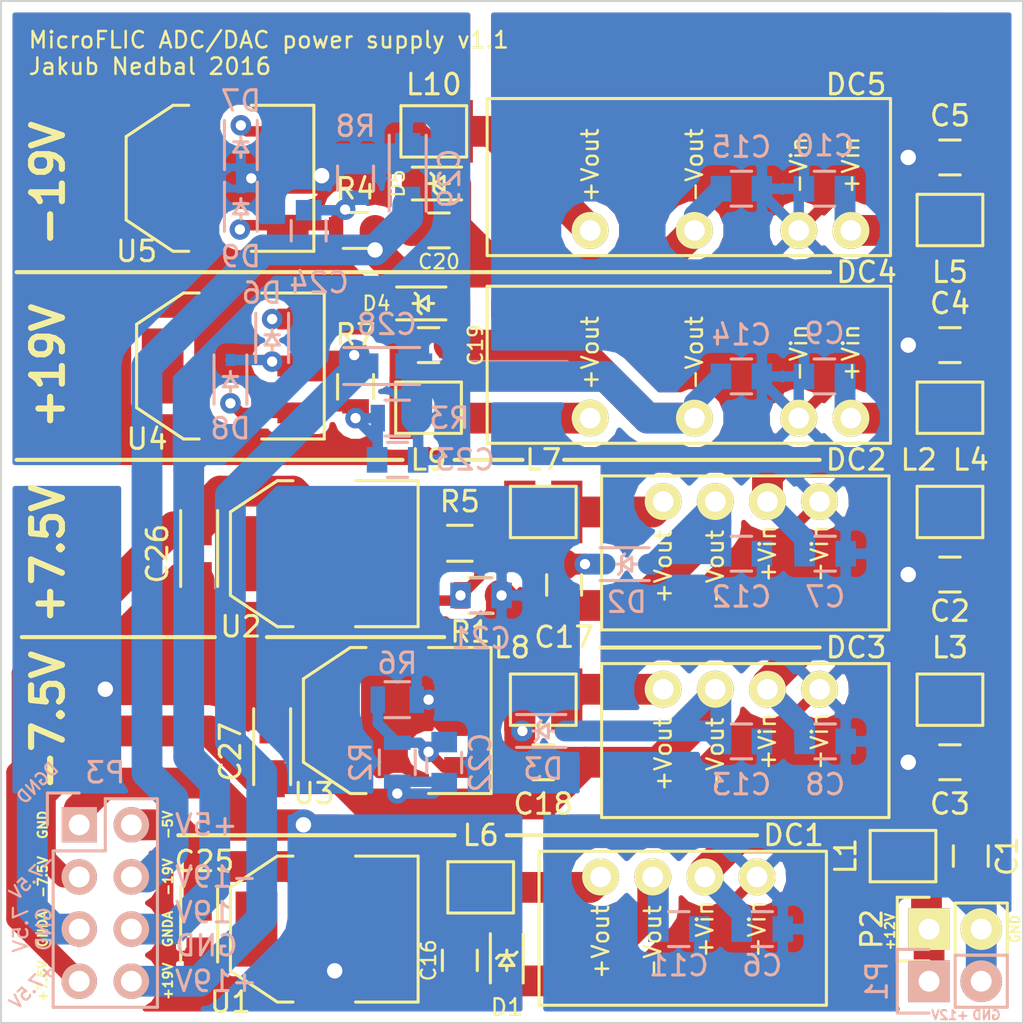
<source format=kicad_pcb>
(kicad_pcb (version 4) (host pcbnew 4.0.1-3.201512221402+6198~38~ubuntu14.04.1-stable)
  (layers (0 F.Cu signal hide) (31 B.Cu signal hide) (34 B.Paste user) (35 F.Paste user) (36 B.SilkS user) (37 F.SilkS user) (38 B.Mask user) (39 F.Mask user hide) (44 Edge.Cuts user))
  (net 0 "")
  (net 1 +12V)
  (net 2 GND)
  (net 3 /5V_GND)
  (net 4 /+9_IA)
  (net 5 /+9_IB)
  (net 6 /+24_ID)
  (net 7 /-7.5V)
  (net 8 /+5V)
  (net 9 /+7.5V)
  (net 10 /+9_A)
  (net 11 /+12V_A)
  (net 12 /+9_B)
  (net 13 /+12V_B)
  (net 14 /+12V_C)
  (net 15 /+12V_D)
  (net 16 /+24_D)
  (net 17 /+12V_E)
  (net 18 /FB_B)
  (net 19 /FB_D)
  (net 20 /FB_E)
  (net 21 /7.5V_GND)
  (net 22 /+9_IC)
  (net 23 /+24_IE)
  (net 24 /+9_C)
  (net 25 /+24_E)
  (net 26 /19V_GND)
  (net 27 /-19V)
  (net 28 /+19V)
  (net 29 /FB_C)
  (module Capacitors_SMD:C_0805 (layer F.Cu) (at 147.32 141.732 270)
    (fp_text reference C1 (at 0 -1.778 270) (layer F.SilkS))
    (fp_text value 4u7/25V hide)
    (pad 1 smd rect (at -1 0 270) (size 1 1.25) (layers F.Cu F.Paste F.Mask) (net 1 +12V))
    (pad 2 smd rect (at 1 0 270) (size 1 1.25) (layers F.Cu F.Paste F.Mask) (net 2 GND))
  )
  (module Capacitors_SMD:C_0805 (layer F.Cu) (at 146.304 128.016 180)
    (fp_text reference C2 (at 0 -1.778 180) (layer F.SilkS))
    (fp_text value 4u7/25V hide)
    (pad 1 smd rect (at -1 0 180) (size 1 1.25) (layers F.Cu F.Paste F.Mask) (net 1 +12V))
    (pad 2 smd rect (at 1 0 180) (size 1 1.25) (layers F.Cu F.Paste F.Mask) (net 2 GND))
  )
  (module Capacitors_SMD:C_0805 (layer F.Cu) (at 146.304 137.16 180)
    (fp_text reference C3 (at 0 -2.032 180) (layer F.SilkS))
    (fp_text value 4u7/25V hide)
    (pad 1 smd rect (at -1 0 180) (size 1 1.25) (layers F.Cu F.Paste F.Mask) (net 1 +12V))
    (pad 2 smd rect (at 1 0 180) (size 1 1.25) (layers F.Cu F.Paste F.Mask) (net 2 GND))
  )
  (module Capacitors_SMD:C_0805 (layer F.Cu) (at 146.304 116.84 180)
    (fp_text reference C4 (at 0 2.032 180) (layer F.SilkS))
    (fp_text value 4u7/25V hide)
    (pad 1 smd rect (at -1 0 180) (size 1 1.25) (layers F.Cu F.Paste F.Mask) (net 1 +12V))
    (pad 2 smd rect (at 1 0 180) (size 1 1.25) (layers F.Cu F.Paste F.Mask) (net 2 GND))
  )
  (module Capacitors_SMD:C_0805 (layer F.Cu) (at 146.304 107.696 180)
    (fp_text reference C5 (at 0 2.032 180) (layer F.SilkS))
    (fp_text value 4u7/25V hide)
    (pad 1 smd rect (at -1 0 180) (size 1 1.25) (layers F.Cu F.Paste F.Mask) (net 1 +12V))
    (pad 2 smd rect (at 1 0 180) (size 1 1.25) (layers F.Cu F.Paste F.Mask) (net 2 GND))
  )
  (module Capacitors_SMD:C_0805 (layer B.Cu) (at 133.096 145.288)
    (fp_text reference C11 (at 0 1.778) (layer B.SilkS) (effects (justify mirror)))
    (fp_text value 10n hide)
    (pad 1 smd rect (at -1 0) (size 1 1.25) (layers B.Cu B.Paste B.Mask) (net 3 /5V_GND))
    (pad 2 smd rect (at 1 0) (size 1 1.25) (layers B.Cu B.Paste B.Mask) (net 2 GND))
  )
  (module Capacitors_SMD:C_0805 (layer B.Cu) (at 136.144 127)
    (fp_text reference C12 (at 0 2.1) (layer B.SilkS) (effects (justify mirror)))
    (fp_text value 10n hide)
    (pad 1 smd rect (at -1 0) (size 1 1.25) (layers B.Cu B.Paste B.Mask) (net 21 /7.5V_GND))
    (pad 2 smd rect (at 1 0) (size 1 1.25) (layers B.Cu B.Paste B.Mask) (net 2 GND))
  )
  (module Capacitors_SMD:C_0805 (layer B.Cu) (at 136.144 136.144)
    (fp_text reference C13 (at 0 2.1) (layer B.SilkS) (effects (justify mirror)))
    (fp_text value 10n hide)
    (pad 1 smd rect (at -1 0) (size 1 1.25) (layers B.Cu B.Paste B.Mask) (net 7 /-7.5V))
    (pad 2 smd rect (at 1 0) (size 1 1.25) (layers B.Cu B.Paste B.Mask) (net 2 GND))
  )
  (module Capacitors_SMD:C_0805 (layer B.Cu) (at 136.144 118.364)
    (fp_text reference C14 (at 0 -2.032) (layer B.SilkS) (effects (justify mirror)))
    (fp_text value 10n hide)
    (pad 1 smd rect (at -1 0) (size 1 1.25) (layers B.Cu B.Paste B.Mask) (net 26 /19V_GND))
    (pad 2 smd rect (at 1 0) (size 1 1.25) (layers B.Cu B.Paste B.Mask) (net 2 GND))
  )
  (module Capacitors_SMD:C_0805 (layer B.Cu) (at 136.144 109.22)
    (fp_text reference C15 (at 0 -2.032) (layer B.SilkS) (effects (justify mirror)))
    (fp_text value 10n hide)
    (pad 1 smd rect (at -1 0) (size 1 1.25) (layers B.Cu B.Paste B.Mask) (net 27 /-19V))
    (pad 2 smd rect (at 1 0) (size 1 1.25) (layers B.Cu B.Paste B.Mask) (net 2 GND))
  )
  (module Capacitors_SMD:C_0805 (layer F.Cu) (at 122.428 146.812 270)
    (fp_text reference C16 (at 0 1.524 270) (layer F.SilkS) (effects (font (size 0.7 0.7) (thickness 0.11))))
    (fp_text value 4u7/25V hide)
    (pad 1 smd rect (at -1 0 270) (size 1 1.25) (layers F.Cu F.Paste F.Mask) (net 4 /+9_IA))
    (pad 2 smd rect (at 1 0 270) (size 1 1.25) (layers F.Cu F.Paste F.Mask) (net 3 /5V_GND))
  )
  (module Capacitors_SMD:C_0805 (layer F.Cu) (at 127.508 128.524 270)
    (fp_text reference C17 (at 2.54 0 360) (layer F.SilkS))
    (fp_text value 4u7/25V hide)
    (pad 1 smd rect (at -1 0 270) (size 1 1.25) (layers F.Cu F.Paste F.Mask) (net 5 /+9_IB))
    (pad 2 smd rect (at 1 0 270) (size 1 1.25) (layers F.Cu F.Paste F.Mask) (net 21 /7.5V_GND))
  )
  (module Capacitors_SMD:C_0805 (layer F.Cu) (at 126.492 137.16)
    (fp_text reference C18 (at 0 2.032) (layer F.SilkS))
    (fp_text value 4u7/25V hide)
    (pad 1 smd rect (at -1 0) (size 1 1.25) (layers F.Cu F.Paste F.Mask) (net 22 /+9_IC))
    (pad 2 smd rect (at 1 0) (size 1 1.25) (layers F.Cu F.Paste F.Mask) (net 7 /-7.5V))
  )
  (module Capacitors_SMD:C_0805 (layer F.Cu) (at 120.904 116.84)
    (fp_text reference C19 (at 2.286 0 90) (layer F.SilkS) (effects (font (size 0.7 0.7) (thickness 0.11))))
    (fp_text value 1u/50V hide)
    (pad 1 smd rect (at -1 0) (size 1 1.25) (layers F.Cu F.Paste F.Mask) (net 6 /+24_ID))
    (pad 2 smd rect (at 1 0) (size 1 1.25) (layers F.Cu F.Paste F.Mask) (net 26 /19V_GND))
  )
  (module Capacitors_SMD:C_0805 (layer F.Cu) (at 121.412 111.252)
    (fp_text reference C20 (at 0 1.524) (layer F.SilkS) (effects (font (size 0.7 0.7) (thickness 0.11))))
    (fp_text value 1u/50V hide)
    (pad 1 smd rect (at -1 0) (size 1 1.25) (layers F.Cu F.Paste F.Mask) (net 23 /+24_IE))
    (pad 2 smd rect (at 1 0) (size 1 1.25) (layers F.Cu F.Paste F.Mask) (net 27 /-19V))
  )
  (module Capacitors_Tantalum_SMD:TantalC_SizeA_EIA-3216_Reflow (layer F.Cu) (at 109.728 145.288 270)
    (fp_text reference C25 (at -3.302 -0.254 360) (layer F.SilkS))
    (fp_text value 10u/10V hide)
    (pad 2 smd rect (at 1.31 0 270) (size 1.8 1.23) (layers F.Cu F.Paste F.Mask) (net 3 /5V_GND))
    (pad 1 smd rect (at -1.31 0 270) (size 1.8 1.23) (layers F.Cu F.Paste F.Mask) (net 8 /+5V))
  )
  (module Capacitors_Tantalum_SMD:TantalC_SizeA_EIA-3216_Reflow (layer F.Cu) (at 113.284 136.652 270)
    (fp_text reference C27 (at 0 2.032 270) (layer F.SilkS))
    (fp_text value 10u/10V hide)
    (pad 2 smd rect (at 1.31 0 270) (size 1.8 1.23) (layers F.Cu F.Paste F.Mask) (net 7 /-7.5V))
    (pad 1 smd rect (at -1.31 0 270) (size 1.8 1.23) (layers F.Cu F.Paste F.Mask) (net 21 /7.5V_GND))
  )
  (module Capacitors_Tantalum_SMD:TantalC_SizeA_EIA-3216_Reflow (layer B.Cu) (at 118.872 117.856)
    (fp_text reference C28 (at 0 -2.032) (layer B.SilkS) (effects (justify mirror)))
    (fp_text value 1u/25V hide)
    (pad 2 smd rect (at 1.31 0) (size 1.8 1.23) (layers B.Cu B.Paste B.Mask) (net 26 /19V_GND))
    (pad 1 smd rect (at -1.31 0) (size 1.8 1.23) (layers B.Cu B.Paste B.Mask) (net 28 /+19V))
  )
  (module Capacitors_Tantalum_SMD:TantalC_SizeA_EIA-3216_Reflow (layer B.Cu) (at 119.888 108.712 270)
    (fp_text reference C29 (at 0 -2.032 270) (layer B.SilkS) (effects (justify mirror)))
    (fp_text value 1u/25V hide)
    (pad 2 smd rect (at 1.31 0 270) (size 1.8 1.23) (layers B.Cu B.Paste B.Mask) (net 27 /-19V))
    (pad 1 smd rect (at -1.31 0 270) (size 1.8 1.23) (layers B.Cu B.Paste B.Mask) (net 26 /19V_GND))
  )
  (module jakub:MurataNML (layer F.Cu) (at 133.096 142.748 180)
    (fp_text reference DC1 (at -5.588 2.032 360) (layer F.SilkS))
    (fp_text value NML1209SC hide)
    (fp_text user +Vout (at 3.81 -3.175 270) (layer F.SilkS) (effects (font (size 0.8 0.8) (thickness 0.12))))
    (fp_text user -Vout (at 1.27 -3.175 270) (layer F.SilkS) (effects (font (size 0.8 0.8) (thickness 0.12))))
    (fp_text user +Vin (at -1.27 -2.54 270) (layer F.SilkS) (effects (font (size 0.8 0.8) (thickness 0.12))))
    (fp_text user -Vin (at -3.81 -2.54 270) (layer F.SilkS) (effects (font (size 0.8 0.8) (thickness 0.12))))
    (pad 3 thru_hole circle (at 1.27 0 180) (size 1.8 1.8) (drill 1) (layers *.Cu *.Mask F.SilkS) (net 3 /5V_GND))
    (pad 4 thru_hole circle (at 3.81 0 180) (size 1.8 1.8) (drill 1) (layers *.Cu *.Mask F.SilkS) (net 10 /+9_A))
    (pad 2 thru_hole circle (at -1.27 0 180) (size 1.8 1.8) (drill 1) (layers *.Cu *.Mask F.SilkS) (net 11 /+12V_A))
    (pad 1 thru_hole circle (at -3.81 0 180) (size 1.8 1.8) (drill 1) (layers *.Cu *.Mask F.SilkS) (net 2 GND))
  )
  (module jakub:MurataNML (layer F.Cu) (at 136.144 124.46 180)
    (fp_text reference DC2 (at -5.588 2.032 360) (layer F.SilkS))
    (fp_text value NML1209SC hide)
    (fp_text user +Vout (at 3.81 -3.175 270) (layer F.SilkS) (effects (font (size 0.8 0.8) (thickness 0.12))))
    (fp_text user -Vout (at 1.27 -3.175 270) (layer F.SilkS) (effects (font (size 0.8 0.8) (thickness 0.12))))
    (fp_text user +Vin (at -1.27 -2.54 270) (layer F.SilkS) (effects (font (size 0.8 0.8) (thickness 0.12))))
    (fp_text user -Vin (at -3.81 -2.54 270) (layer F.SilkS) (effects (font (size 0.8 0.8) (thickness 0.12))))
    (pad 3 thru_hole circle (at 1.27 0 180) (size 1.8 1.8) (drill 1) (layers *.Cu *.Mask F.SilkS) (net 21 /7.5V_GND))
    (pad 4 thru_hole circle (at 3.81 0 180) (size 1.8 1.8) (drill 1) (layers *.Cu *.Mask F.SilkS) (net 12 /+9_B))
    (pad 2 thru_hole circle (at -1.27 0 180) (size 1.8 1.8) (drill 1) (layers *.Cu *.Mask F.SilkS) (net 13 /+12V_B))
    (pad 1 thru_hole circle (at -3.81 0 180) (size 1.8 1.8) (drill 1) (layers *.Cu *.Mask F.SilkS) (net 2 GND))
  )
  (module jakub:MurataNML (layer F.Cu) (at 136.144 133.604 180)
    (fp_text reference DC3 (at -5.588 2.032 360) (layer F.SilkS))
    (fp_text value NML1209SC hide)
    (fp_text user +Vout (at 3.81 -3.175 270) (layer F.SilkS) (effects (font (size 0.8 0.8) (thickness 0.12))))
    (fp_text user -Vout (at 1.27 -3.175 270) (layer F.SilkS) (effects (font (size 0.8 0.8) (thickness 0.12))))
    (fp_text user +Vin (at -1.27 -2.54 270) (layer F.SilkS) (effects (font (size 0.8 0.8) (thickness 0.12))))
    (fp_text user -Vin (at -3.81 -2.54 270) (layer F.SilkS) (effects (font (size 0.8 0.8) (thickness 0.12))))
    (pad 3 thru_hole circle (at 1.27 0 180) (size 1.8 1.8) (drill 1) (layers *.Cu *.Mask F.SilkS) (net 7 /-7.5V))
    (pad 4 thru_hole circle (at 3.81 0 180) (size 1.8 1.8) (drill 1) (layers *.Cu *.Mask F.SilkS) (net 24 /+9_C))
    (pad 2 thru_hole circle (at -1.27 0 180) (size 1.8 1.8) (drill 1) (layers *.Cu *.Mask F.SilkS) (net 14 /+12V_C))
    (pad 1 thru_hole circle (at -3.81 0 180) (size 1.8 1.8) (drill 1) (layers *.Cu *.Mask F.SilkS) (net 2 GND))
  )
  (module jakub:MurataNMG (layer F.Cu) (at 135.128 120.396 180)
    (fp_text reference DC4 (at -7.112 7.112 360) (layer F.SilkS))
    (fp_text value NMG1224SC hide)
    (fp_text user +Vout (at 6.35 3.175 270) (layer F.SilkS) (effects (font (size 0.8 0.8) (thickness 0.12))))
    (fp_text user -Vout (at 1.27 3.175 270) (layer F.SilkS) (effects (font (size 0.8 0.8) (thickness 0.12))))
    (fp_text user -Vin (at -3.81 3.175 270) (layer F.SilkS) (effects (font (size 0.8 0.8) (thickness 0.12))))
    (fp_text user +Vin (at -6.35 3.175 270) (layer F.SilkS) (effects (font (size 0.8 0.8) (thickness 0.12))))
    (pad 1 thru_hole circle (at -6.35 0 180) (size 1.8 1.8) (drill 1) (layers *.Cu *.Mask F.SilkS) (net 15 /+12V_D))
    (pad 2 thru_hole circle (at -3.81 0 180) (size 1.8 1.8) (drill 1) (layers *.Cu *.Mask F.SilkS) (net 2 GND))
    (pad 4 thru_hole circle (at 1.27 0 180) (size 1.8 1.8) (drill 1) (layers *.Cu *.Mask F.SilkS) (net 26 /19V_GND))
    (pad 6 thru_hole circle (at 6.35 0 180) (size 1.8 1.8) (drill 1) (layers *.Cu *.Mask F.SilkS) (net 16 /+24_D))
  )
  (module jakub:MurataNMG (layer F.Cu) (at 135.128 111.252 180)
    (fp_text reference DC5 (at -6.604 7.112 360) (layer F.SilkS))
    (fp_text value NMG1224SC hide)
    (fp_text user +Vout (at 6.35 3.175 270) (layer F.SilkS) (effects (font (size 0.8 0.8) (thickness 0.12))))
    (fp_text user -Vout (at 1.27 3.175 270) (layer F.SilkS) (effects (font (size 0.8 0.8) (thickness 0.12))))
    (fp_text user -Vin (at -3.81 3.175 270) (layer F.SilkS) (effects (font (size 0.8 0.8) (thickness 0.12))))
    (fp_text user +Vin (at -6.35 3.175 270) (layer F.SilkS) (effects (font (size 0.8 0.8) (thickness 0.12))))
    (pad 1 thru_hole circle (at -6.35 0 180) (size 1.8 1.8) (drill 1) (layers *.Cu *.Mask F.SilkS) (net 17 /+12V_E))
    (pad 2 thru_hole circle (at -3.81 0 180) (size 1.8 1.8) (drill 1) (layers *.Cu *.Mask F.SilkS) (net 2 GND))
    (pad 4 thru_hole circle (at 1.27 0 180) (size 1.8 1.8) (drill 1) (layers *.Cu *.Mask F.SilkS) (net 27 /-19V))
    (pad 6 thru_hole circle (at 6.35 0 180) (size 1.8 1.8) (drill 1) (layers *.Cu *.Mask F.SilkS) (net 25 /+24_E))
  )
  (module jakub:murata8200coil (layer F.Cu) (at 144.018 141.732)
    (fp_text reference L1 (at -2.794 0 90) (layer F.SilkS))
    (fp_text value 10uH hide)
    (pad 1 smd rect (at 1.145 0) (size 1.52 3.05) (layers F.Cu F.Paste F.Mask) (net 1 +12V))
    (pad 2 smd rect (at -1.145 0) (size 1.52 3.05) (layers F.Cu F.Paste F.Mask) (net 11 /+12V_A))
  )
  (module jakub:murata8200coil (layer F.Cu) (at 146.304 124.968)
    (fp_text reference L2 (at -1.524 -2.54) (layer F.SilkS))
    (fp_text value 10uH hide)
    (pad 1 smd rect (at 1.145 0) (size 1.52 3.05) (layers F.Cu F.Paste F.Mask) (net 1 +12V))
    (pad 2 smd rect (at -1.145 0) (size 1.52 3.05) (layers F.Cu F.Paste F.Mask) (net 13 /+12V_B))
  )
  (module jakub:murata8200coil (layer F.Cu) (at 146.304 134.112)
    (fp_text reference L3 (at 0 -2.54 180) (layer F.SilkS))
    (fp_text value 10uH hide)
    (pad 1 smd rect (at 1.145 0) (size 1.52 3.05) (layers F.Cu F.Paste F.Mask) (net 1 +12V))
    (pad 2 smd rect (at -1.145 0) (size 1.52 3.05) (layers F.Cu F.Paste F.Mask) (net 14 /+12V_C))
  )
  (module jakub:murata8200coil (layer F.Cu) (at 146.304 119.888)
    (fp_text reference L4 (at 1.016 2.54) (layer F.SilkS))
    (fp_text value 10uH hide)
    (pad 1 smd rect (at 1.145 0) (size 1.52 3.05) (layers F.Cu F.Paste F.Mask) (net 1 +12V))
    (pad 2 smd rect (at -1.145 0) (size 1.52 3.05) (layers F.Cu F.Paste F.Mask) (net 15 /+12V_D))
  )
  (module jakub:murata8200coil (layer F.Cu) (at 146.304 110.744)
    (fp_text reference L5 (at 0 2.54) (layer F.SilkS))
    (fp_text value 10uH hide)
    (pad 1 smd rect (at 1.145 0) (size 1.52 3.05) (layers F.Cu F.Paste F.Mask) (net 1 +12V))
    (pad 2 smd rect (at -1.145 0) (size 1.52 3.05) (layers F.Cu F.Paste F.Mask) (net 17 /+12V_E))
  )
  (module jakub:murata8200coil (layer F.Cu) (at 123.444 143.256)
    (fp_text reference L6 (at 0 -2.54 180) (layer F.SilkS))
    (fp_text value 47uH hide)
    (pad 1 smd rect (at 1.145 0) (size 1.52 3.05) (layers F.Cu F.Paste F.Mask) (net 10 /+9_A))
    (pad 2 smd rect (at -1.145 0) (size 1.52 3.05) (layers F.Cu F.Paste F.Mask) (net 4 /+9_IA))
  )
  (module jakub:murata8200coil (layer F.Cu) (at 126.492 124.968)
    (fp_text reference L7 (at 0 -2.54) (layer F.SilkS))
    (fp_text value 47uH hide)
    (pad 1 smd rect (at 1.145 0) (size 1.52 3.05) (layers F.Cu F.Paste F.Mask) (net 12 /+9_B))
    (pad 2 smd rect (at -1.145 0) (size 1.52 3.05) (layers F.Cu F.Paste F.Mask) (net 5 /+9_IB))
  )
  (module jakub:murata8200coil (layer F.Cu) (at 126.492 134.112)
    (fp_text reference L8 (at -1.524 -2.54) (layer F.SilkS))
    (fp_text value 47uH hide)
    (pad 1 smd rect (at 1.145 0) (size 1.52 3.05) (layers F.Cu F.Paste F.Mask) (net 24 /+9_C))
    (pad 2 smd rect (at -1.145 0) (size 1.52 3.05) (layers F.Cu F.Paste F.Mask) (net 22 /+9_IC))
  )
  (module jakub:murata8200coil (layer F.Cu) (at 120.904 119.888)
    (fp_text reference L9 (at 0 2.54) (layer F.SilkS))
    (fp_text value 47uH hide)
    (pad 1 smd rect (at 1.145 0) (size 1.52 3.05) (layers F.Cu F.Paste F.Mask) (net 16 /+24_D))
    (pad 2 smd rect (at -1.145 0) (size 1.52 3.05) (layers F.Cu F.Paste F.Mask) (net 6 /+24_ID))
  )
  (module jakub:murata8200coil (layer F.Cu) (at 121.158 106.426)
    (fp_text reference L10 (at 0 -2.286) (layer F.SilkS))
    (fp_text value 47uH hide)
    (pad 1 smd rect (at 1.145 0) (size 1.52 3.05) (layers F.Cu F.Paste F.Mask) (net 25 /+24_E))
    (pad 2 smd rect (at -1.145 0) (size 1.52 3.05) (layers F.Cu F.Paste F.Mask) (net 23 /+24_IE))
  )
  (module Resistors_SMD:R_0805 (layer F.Cu) (at 123.444 129.032)
    (fp_text reference R1 (at -0.508 1.778 180) (layer F.SilkS))
    (fp_text value 150 hide)
    (pad 1 smd rect (at -0.95 0) (size 0.7 1.3) (layers F.Cu F.Paste F.Mask) (net 18 /FB_B))
    (pad 2 smd rect (at 0.95 0) (size 0.7 1.3) (layers F.Cu F.Paste F.Mask) (net 21 /7.5V_GND))
  )
  (module Resistors_SMD:R_0805 (layer B.Cu) (at 119.38 120.396)
    (fp_text reference R3 (at 2.54 0) (layer B.SilkS) (effects (justify mirror)))
    (fp_text value 150 hide)
    (pad 1 smd rect (at -0.95 0) (size 0.7 1.3) (layers B.Cu B.Paste B.Mask) (net 19 /FB_D))
    (pad 2 smd rect (at 0.95 0) (size 0.7 1.3) (layers B.Cu B.Paste B.Mask) (net 26 /19V_GND))
  )
  (module Resistors_SMD:R_0805 (layer F.Cu) (at 117.348 111.252)
    (fp_text reference R4 (at 0 -2.032) (layer F.SilkS))
    (fp_text value 150 hide)
    (pad 1 smd rect (at -0.95 0) (size 0.7 1.3) (layers F.Cu F.Paste F.Mask) (net 20 /FB_E))
    (pad 2 smd rect (at 0.95 0) (size 0.7 1.3) (layers F.Cu F.Paste F.Mask) (net 27 /-19V))
  )
  (module Resistors_SMD:R_0805 (layer F.Cu) (at 122.428 126.492)
    (fp_text reference R5 (at 0 -2.032) (layer F.SilkS))
    (fp_text value 750 hide)
    (pad 1 smd rect (at -0.95 0) (size 0.7 1.3) (layers F.Cu F.Paste F.Mask) (net 9 /+7.5V))
    (pad 2 smd rect (at 0.95 0) (size 0.7 1.3) (layers F.Cu F.Paste F.Mask) (net 18 /FB_B))
  )
  (module Resistors_SMD:R_0805 (layer F.Cu) (at 117.348 118.872 270)
    (fp_text reference R7 (at -2.54 0 360) (layer F.SilkS))
    (fp_text value 2k1 hide)
    (pad 1 smd rect (at -0.95 0 270) (size 0.7 1.3) (layers F.Cu F.Paste F.Mask) (net 28 /+19V))
    (pad 2 smd rect (at 0.95 0 270) (size 0.7 1.3) (layers F.Cu F.Paste F.Mask) (net 19 /FB_D))
  )
  (module Resistors_SMD:R_0805 (layer B.Cu) (at 117.348 108.712 270)
    (fp_text reference R8 (at -2.54 0 360) (layer B.SilkS) (effects (justify mirror)))
    (fp_text value 2k1 hide)
    (pad 1 smd rect (at -0.95 0 270) (size 0.7 1.3) (layers B.Cu B.Paste B.Mask) (net 26 /19V_GND))
    (pad 2 smd rect (at 0.95 0 270) (size 0.7 1.3) (layers B.Cu B.Paste B.Mask) (net 20 /FB_E))
  )
  (module Resistors_SMD:R_0805 (layer B.Cu) (at 119.38 134.112 180)
    (fp_text reference R6 (at 0 1.778 180) (layer B.SilkS) (effects (justify mirror)))
    (fp_text value 750 hide)
    (pad 1 smd rect (at -0.95 0 180) (size 0.7 1.3) (layers B.Cu B.Paste B.Mask) (net 21 /7.5V_GND))
    (pad 2 smd rect (at 0.95 0 180) (size 0.7 1.3) (layers B.Cu B.Paste B.Mask) (net 29 /FB_C))
  )
  (module Resistors_SMD:R_0805 (layer B.Cu) (at 119.38 137.16 270)
    (fp_text reference R2 (at 0 1.778 270) (layer B.SilkS) (effects (justify mirror)))
    (fp_text value 150 hide)
    (pad 1 smd rect (at -0.95 0 270) (size 0.7 1.3) (layers B.Cu B.Paste B.Mask) (net 29 /FB_C))
    (pad 2 smd rect (at 0.95 0 270) (size 0.7 1.3) (layers B.Cu B.Paste B.Mask) (net 7 /-7.5V))
  )
  (module SMD_Packages:SOT-223 (layer F.Cu) (at 111.252 117.856 90)
    (fp_text reference U4 (at -3.556 -4.064 180) (layer F.SilkS))
    (fp_text value LM317 hide)
    (pad 4 smd rect (at 0 -3.302 90) (size 3.6576 2.032) (layers F.Cu F.Paste F.Mask))
    (pad 2 smd rect (at 0 3.302 90) (size 1.016 2.032) (layers F.Cu F.Paste F.Mask) (net 28 /+19V))
    (pad 3 smd rect (at 2.286 3.302 90) (size 1.016 2.032) (layers F.Cu F.Paste F.Mask) (net 6 /+24_ID))
    (pad 1 smd rect (at -2.286 3.302 90) (size 1.016 2.032) (layers F.Cu F.Paste F.Mask) (net 19 /FB_D))
  )
  (module SMD_Packages:SOT-223 (layer F.Cu) (at 115.824 145.288 90)
    (fp_text reference U1 (at -3.556 -4.572 180) (layer F.SilkS))
    (fp_text value AP1117E50 hide)
    (pad 4 smd rect (at 0 -3.302 90) (size 3.6576 2.032) (layers F.Cu F.Paste F.Mask))
    (pad 2 smd rect (at 0 3.302 90) (size 1.016 2.032) (layers F.Cu F.Paste F.Mask) (net 8 /+5V))
    (pad 3 smd rect (at 2.286 3.302 90) (size 1.016 2.032) (layers F.Cu F.Paste F.Mask) (net 4 /+9_IA))
    (pad 1 smd rect (at -2.286 3.302 90) (size 1.016 2.032) (layers F.Cu F.Paste F.Mask) (net 3 /5V_GND))
  )
  (module SMD_Packages:SOT-223 (layer F.Cu) (at 115.824 127 90)
    (fp_text reference U2 (at -3.556 -4.064 180) (layer F.SilkS))
    (fp_text value AP1117 hide)
    (pad 4 smd rect (at 0 -3.302 90) (size 3.6576 2.032) (layers F.Cu F.Paste F.Mask))
    (pad 2 smd rect (at 0 3.302 90) (size 1.016 2.032) (layers F.Cu F.Paste F.Mask) (net 9 /+7.5V))
    (pad 3 smd rect (at 2.286 3.302 90) (size 1.016 2.032) (layers F.Cu F.Paste F.Mask) (net 5 /+9_IB))
    (pad 1 smd rect (at -2.286 3.302 90) (size 1.016 2.032) (layers F.Cu F.Paste F.Mask) (net 18 /FB_B))
  )
  (module SMD_Packages:SOT-223 (layer F.Cu) (at 110.744 108.712 90)
    (fp_text reference U5 (at -3.556 -4.064 180) (layer F.SilkS))
    (fp_text value LM317 hide)
    (pad 4 smd rect (at 0 -3.302 90) (size 3.6576 2.032) (layers F.Cu F.Paste F.Mask))
    (pad 2 smd rect (at 0 3.302 90) (size 1.016 2.032) (layers F.Cu F.Paste F.Mask) (net 26 /19V_GND))
    (pad 3 smd rect (at 2.286 3.302 90) (size 1.016 2.032) (layers F.Cu F.Paste F.Mask) (net 23 /+24_IE))
    (pad 1 smd rect (at -2.286 3.302 90) (size 1.016 2.032) (layers F.Cu F.Paste F.Mask) (net 20 /FB_E))
  )
  (module SMD_Packages:SOT-223 (layer F.Cu) (at 119.38 135.128 90)
    (fp_text reference U3 (at -3.556 -4.064 180) (layer F.SilkS))
    (fp_text value AP1117 hide)
    (pad 4 smd rect (at 0 -3.302 90) (size 3.6576 2.032) (layers F.Cu F.Paste F.Mask))
    (pad 2 smd rect (at 0 3.302 90) (size 1.016 2.032) (layers F.Cu F.Paste F.Mask) (net 21 /7.5V_GND))
    (pad 3 smd rect (at 2.286 3.302 90) (size 1.016 2.032) (layers F.Cu F.Paste F.Mask) (net 22 /+9_IC))
    (pad 1 smd rect (at -2.286 3.302 90) (size 1.016 2.032) (layers F.Cu F.Paste F.Mask) (net 29 /FB_C))
  )
  (module Capacitors_Tantalum_SMD:TantalC_SizeA_EIA-3216_Reflow (layer F.Cu) (at 109.728 127 270)
    (fp_text reference C26 (at 0 2.032 270) (layer F.SilkS))
    (fp_text value 10u/10V hide)
    (pad 2 smd rect (at 1.31 0 270) (size 1.8 1.23) (layers F.Cu F.Paste F.Mask) (net 21 /7.5V_GND))
    (pad 1 smd rect (at -1.31 0 270) (size 1.8 1.23) (layers F.Cu F.Paste F.Mask) (net 9 /+7.5V))
  )
  (module jakub:ESQ-102-33-G-S (layer B.Cu) (at 145.288 147.828)
    (fp_text reference P1 (at -2.54 0 90) (layer B.SilkS) (effects (justify mirror)))
    (fp_text value Socket_1x2 hide)
    (pad 1 thru_hole rect (at 0 0) (size 2.032 2.032) (drill 1.016) (layers *.Cu *.Mask B.SilkS) (net 1 +12V))
    (pad 2 thru_hole oval (at 2.54 0) (size 2.032 2.032) (drill 1.016) (layers *.Cu *.Mask B.SilkS) (net 2 GND))
  )
  (module jakub:ESQ-104-33-G-D (layer B.Cu) (at 103.886 140.208 270)
    (fp_text reference P3 (at -2.54 -1.27 360) (layer B.SilkS) (effects (justify mirror)))
    (fp_text value Socket_2x4 hide)
    (pad 1 thru_hole rect (at 0 0 270) (size 1.7272 1.7272) (drill 1.016) (layers *.Cu *.Mask B.SilkS) (net 3 /5V_GND))
    (pad 2 thru_hole oval (at 0 -2.54 270) (size 1.7272 1.7272) (drill 1.016) (layers *.Cu *.Mask B.SilkS) (net 8 /+5V))
    (pad 3 thru_hole oval (at 2.54 0 270) (size 1.7272 1.7272) (drill 1.016) (layers *.Cu *.Mask B.SilkS) (net 7 /-7.5V))
    (pad 4 thru_hole oval (at 2.54 -2.54 270) (size 1.7272 1.7272) (drill 1.016) (layers *.Cu *.Mask B.SilkS) (net 27 /-19V))
    (pad 5 thru_hole oval (at 5.08 0 270) (size 1.7272 1.7272) (drill 1.016) (layers *.Cu *.Mask B.SilkS) (net 21 /7.5V_GND))
    (pad 6 thru_hole oval (at 5.08 -2.54 270) (size 1.7272 1.7272) (drill 1.016) (layers *.Cu *.Mask B.SilkS) (net 26 /19V_GND))
    (pad 7 thru_hole oval (at 7.62 0 270) (size 1.7272 1.7272) (drill 1.016) (layers *.Cu *.Mask B.SilkS) (net 9 /+7.5V))
    (pad 8 thru_hole oval (at 7.62 -2.54 270) (size 1.7272 1.7272) (drill 1.016) (layers *.Cu *.Mask B.SilkS) (net 28 /+19V))
  )
  (module Pin_Headers:Pin_Header_Straight_1x02 (layer F.Cu) (at 145.288 145.288 90)
    (fp_text reference P2 (at 0 -2.794 90) (layer F.SilkS))
    (fp_text value Header_1x2 hide)
    (pad 1 thru_hole rect (at 0 0 90) (size 2.032 2.032) (drill 1.016) (layers *.Cu *.Mask F.SilkS) (net 1 +12V))
    (pad 2 thru_hole oval (at 0 2.54 90) (size 2.032 2.032) (drill 1.016) (layers *.Cu *.Mask F.SilkS) (net 2 GND))
  )
  (module jakub:SOD-323_Zener (layer F.Cu) (at 121.412 108.966)
    (fp_text reference D5 (at -2.032 0 90) (layer F.SilkS) (effects (font (size 0.7 0.7) (thickness 0.11))))
    (fp_text value TDZ27J hide)
    (pad 1 smd rect (at -1.055 0) (size 0.59 0.45) (layers F.Cu F.Paste F.Mask) (net 23 /+24_IE))
    (pad 2 smd rect (at 1.055 0) (size 0.59 0.45) (layers F.Cu F.Paste F.Mask) (net 27 /-19V))
  )
  (module jakub:SOD-323_Zener (layer F.Cu) (at 120.65 114.808)
    (fp_text reference D4 (at -2.286 0) (layer F.SilkS) (effects (font (size 0.7 0.7) (thickness 0.11))))
    (fp_text value TDZ27J hide)
    (pad 1 smd rect (at -1.055 0) (size 0.59 0.45) (layers F.Cu F.Paste F.Mask) (net 6 /+24_ID))
    (pad 2 smd rect (at 1.055 0) (size 0.59 0.45) (layers F.Cu F.Paste F.Mask) (net 26 /19V_GND))
  )
  (module jakub:SOD-323_Zener (layer F.Cu) (at 124.714 146.812 270)
    (fp_text reference D1 (at 2.286 0 360) (layer F.SilkS) (effects (font (size 0.8 0.8) (thickness 0.12))))
    (fp_text value TDZ10J hide)
    (pad 1 smd rect (at -1.055 0 270) (size 0.59 0.45) (layers F.Cu F.Paste F.Mask) (net 4 /+9_IA))
    (pad 2 smd rect (at 1.055 0 270) (size 0.59 0.45) (layers F.Cu F.Paste F.Mask) (net 3 /5V_GND))
  )
  (module jakub:SOD-323_Zener (layer B.Cu) (at 126.492 135.636)
    (fp_text reference D3 (at 0 1.85) (layer B.SilkS) (effects (justify mirror)))
    (fp_text value TDZ10J hide)
    (pad 1 smd rect (at -1.055 0) (size 0.59 0.45) (layers B.Cu B.Paste B.Mask) (net 22 /+9_IC))
    (pad 2 smd rect (at 1.055 0) (size 0.59 0.45) (layers B.Cu B.Paste B.Mask) (net 7 /-7.5V))
  )
  (module jakub:SOD-323_Zener (layer B.Cu) (at 130.556 127.508)
    (fp_text reference D2 (at 0 1.85) (layer B.SilkS) (effects (justify mirror)))
    (fp_text value TDZ10J hide)
    (pad 1 smd rect (at -1.055 0) (size 0.59 0.45) (layers B.Cu B.Paste B.Mask) (net 5 /+9_IB))
    (pad 2 smd rect (at 1.055 0) (size 0.59 0.45) (layers B.Cu B.Paste B.Mask) (net 21 /7.5V_GND))
  )
  (module Capacitors_SMD:C_0805 (layer B.Cu) (at 137.16 145.288)
    (fp_text reference C6 (at 0 1.778) (layer B.SilkS) (effects (justify mirror)))
    (fp_text value 4u7/25V hide)
    (pad 1 smd rect (at -1 0) (size 1 1.25) (layers B.Cu B.Paste B.Mask) (net 11 /+12V_A))
    (pad 2 smd rect (at 1 0) (size 1 1.25) (layers B.Cu B.Paste B.Mask) (net 2 GND))
  )
  (module Capacitors_SMD:C_0805 (layer B.Cu) (at 140.224 127)
    (fp_text reference C7 (at 0 2.1) (layer B.SilkS) (effects (justify mirror)))
    (fp_text value 4u7/25V hide)
    (pad 1 smd rect (at -1 0) (size 1 1.25) (layers B.Cu B.Paste B.Mask) (net 13 /+12V_B))
    (pad 2 smd rect (at 1 0) (size 1 1.25) (layers B.Cu B.Paste B.Mask) (net 2 GND))
  )
  (module Capacitors_SMD:C_0805 (layer B.Cu) (at 140.224 136.144)
    (fp_text reference C8 (at 0 2.1) (layer B.SilkS) (effects (justify mirror)))
    (fp_text value 4u7/25V hide)
    (pad 1 smd rect (at -1 0) (size 1 1.25) (layers B.Cu B.Paste B.Mask) (net 14 /+12V_C))
    (pad 2 smd rect (at 1 0) (size 1 1.25) (layers B.Cu B.Paste B.Mask) (net 2 GND))
  )
  (module Capacitors_SMD:C_0805 (layer B.Cu) (at 140.192 118.364 180)
    (fp_text reference C9 (at 0 2.1 180) (layer B.SilkS) (effects (justify mirror)))
    (fp_text value 4u7/25V hide)
    (pad 1 smd rect (at -1 0 180) (size 1 1.25) (layers B.Cu B.Paste B.Mask) (net 15 /+12V_D))
    (pad 2 smd rect (at 1 0 180) (size 1 1.25) (layers B.Cu B.Paste B.Mask) (net 2 GND))
  )
  (module Capacitors_SMD:C_0805 (layer B.Cu) (at 140.192 109.22 180)
    (fp_text reference C10 (at 0 2.1 180) (layer B.SilkS) (effects (justify mirror)))
    (fp_text value 4u7/25V hide)
    (pad 1 smd rect (at -1 0 180) (size 1 1.25) (layers B.Cu B.Paste B.Mask) (net 17 /+12V_E))
    (pad 2 smd rect (at 1 0 180) (size 1 1.25) (layers B.Cu B.Paste B.Mask) (net 2 GND))
  )
  (module Capacitors_SMD:C_0805 (layer B.Cu) (at 123.46 129.032)
    (fp_text reference C21 (at 0 2.1) (layer B.SilkS) (effects (justify mirror)))
    (fp_text value 10u/6.3V hide)
    (pad 1 smd rect (at -1 0) (size 1 1.25) (layers B.Cu B.Paste B.Mask) (net 18 /FB_B))
    (pad 2 smd rect (at 1 0) (size 1 1.25) (layers B.Cu B.Paste B.Mask) (net 21 /7.5V_GND))
  )
  (module Capacitors_SMD:C_0805 (layer B.Cu) (at 121.666 137.176 270)
    (fp_text reference C22 (at 0 -1.778 270) (layer B.SilkS) (effects (justify mirror)))
    (fp_text value 10u/6.3V hide)
    (pad 1 smd rect (at -1 0 270) (size 1 1.25) (layers B.Cu B.Paste B.Mask) (net 29 /FB_C))
    (pad 2 smd rect (at 1 0 270) (size 1 1.25) (layers B.Cu B.Paste B.Mask) (net 7 /-7.5V))
  )
  (module Capacitors_SMD:C_0805 (layer B.Cu) (at 119.396 122.428)
    (fp_text reference C23 (at 3.286 0) (layer B.SilkS) (effects (justify mirror)))
    (fp_text value 10u/6.3V hide)
    (pad 1 smd rect (at -1 0) (size 1 1.25) (layers B.Cu B.Paste B.Mask) (net 19 /FB_D))
    (pad 2 smd rect (at 1 0) (size 1 1.25) (layers B.Cu B.Paste B.Mask) (net 26 /19V_GND))
  )
  (module Capacitors_SMD:C_0805 (layer B.Cu) (at 115.062 111.268 270)
    (fp_text reference C24 (at 2.524 -0.508 360) (layer B.SilkS) (effects (justify mirror)))
    (fp_text value 10u/6.3V hide)
    (pad 1 smd rect (at -1 0 270) (size 1 1.25) (layers B.Cu B.Paste B.Mask) (net 20 /FB_E))
    (pad 2 smd rect (at 1 0 270) (size 1 1.25) (layers B.Cu B.Paste B.Mask) (net 27 /-19V))
  )
  (module Diodes_SMD:SOD-323 (layer B.Cu) (at 113.284 116.586 270)
    (fp_text reference D6 (at -2.286 0.508 360) (layer B.SilkS) (effects (justify mirror)))
    (fp_text value 1N4148 hide)
    (pad 1 smd rect (at -1.055 0 270) (size 0.59 0.45) (layers B.Cu B.Paste B.Mask) (net 6 /+24_ID))
    (pad 2 smd rect (at 1.055 0 270) (size 0.59 0.45) (layers B.Cu B.Paste B.Mask) (net 28 /+19V))
  )
  (module Diodes_SMD:SOD-323 (layer B.Cu) (at 111.76 107.188 270)
    (fp_text reference D7 (at -2.247 0 360) (layer B.SilkS) (effects (justify mirror)))
    (fp_text value 1N4148 hide)
    (pad 1 smd rect (at -1.055 0 270) (size 0.59 0.45) (layers B.Cu B.Paste B.Mask) (net 23 /+24_IE))
    (pad 2 smd rect (at 1.055 0 270) (size 0.59 0.45) (layers B.Cu B.Paste B.Mask) (net 26 /19V_GND))
  )
  (module Diodes_SMD:SOD-323 (layer B.Cu) (at 111.252 118.618 270)
    (fp_text reference D8 (at 2.286 0 360) (layer B.SilkS) (effects (justify mirror)))
    (fp_text value 1N4148 hide)
    (pad 1 smd rect (at -1.055 0 270) (size 0.59 0.45) (layers B.Cu B.Paste B.Mask) (net 28 /+19V))
    (pad 2 smd rect (at 1.055 0 270) (size 0.59 0.45) (layers B.Cu B.Paste B.Mask) (net 19 /FB_D))
  )
  (module Diodes_SMD:SOD-323 (layer B.Cu) (at 111.76 110.197 270)
    (fp_text reference D9 (at 2.325 0 360) (layer B.SilkS) (effects (justify mirror)))
    (fp_text value 1N4148 hide)
    (pad 1 smd rect (at -1.055 0 270) (size 0.59 0.45) (layers B.Cu B.Paste B.Mask) (net 26 /19V_GND))
    (pad 2 smd rect (at 1.055 0 270) (size 0.59 0.45) (layers B.Cu B.Paste B.Mask) (net 20 /FB_E))
  )
  (gr_text +12V (at 143.383 145.415 90) (layer F.SilkS) (effects (font (size 0.45 0.45) (thickness 0.1))))
  (gr_text GND (at 149.479 145.288 90) (layer F.SilkS) (effects (font (size 0.45 0.45) (thickness 0.1))))
  (gr_text GND (at 148.082 149.479) (layer B.SilkS) (effects (font (size 0.45 0.45) (thickness 0.1)) (justify mirror)))
  (gr_text +12V (at 146.304 149.479) (layer B.SilkS) (effects (font (size 0.45 0.45) (thickness 0.1)) (justify mirror)))
  (gr_text -5V (at 108.204 140.208 90) (layer F.SilkS) (effects (font (size 0.45 0.45) (thickness 0.1))))
  (gr_text -19V (at 108.204 142.748 90) (layer F.SilkS) (effects (font (size 0.45 0.45) (thickness 0.1))))
  (gr_text GNDA (at 108.204 145.288 90) (layer F.SilkS) (effects (font (size 0.45 0.45) (thickness 0.1))))
  (gr_text +19V (at 108.204 147.828 90) (layer F.SilkS) (effects (font (size 0.45 0.45) (thickness 0.1))))
  (gr_text +7.5V (at 102.108 147.828 90) (layer F.SilkS) (effects (font (size 0.45 0.45) (thickness 0.1))))
  (gr_text GNDA (at 102.108 145.288 90) (layer F.SilkS) (effects (font (size 0.45 0.45) (thickness 0.1))))
  (gr_text -7.5V (at 102.108 142.748 90) (layer F.SilkS) (effects (font (size 0.45 0.45) (thickness 0.1))))
  (gr_text GND (at 102.108 140.208 90) (layer F.SilkS) (effects (font (size 0.45 0.45) (thickness 0.1))))
  (gr_text "MicroFLIC ADC/DAC power supply v1.1\nJakub Nedbal 2016" (at 101.346 102.616) (layer F.SilkS) (effects (font (size 0.8 0.8) (thickness 0.12)) (justify left)))
  (gr_text +19V (at 108.458 147.828) (layer B.SilkS) (effects (font (size 1 1)) (justify right mirror)))
  (gr_text "19V\nGND" (at 108.458 145.288) (layer B.SilkS) (effects (font (size 1 1)) (justify right mirror)))
  (gr_text -19V (at 108.458 142.748) (layer B.SilkS) (effects (font (size 1 1)) (justify right mirror)))
  (gr_text +5V (at 108.458 140.208) (layer B.SilkS) (effects (font (size 1 1)) (justify right mirror)))
  (gr_text DGND (at 101.854 138.176 45) (layer B.SilkS) (effects (font (size 0.6 0.6) (thickness 0.11)) (justify mirror)))
  (gr_text -7.5V (at 101.6 142.748 45) (layer B.SilkS) (effects (font (size 0.6 0.6) (thickness 0.11)) (justify mirror)))
  (gr_text "7.5V\nGND" (at 101.6 145.288 90) (layer B.SilkS) (effects (font (size 0.7 0.7) (thickness 0.11)) (justify mirror)))
  (gr_text +7.5V (at 101.6 148.082 45) (layer B.SilkS) (effects (font (size 0.6 0.6) (thickness 0.11)) (justify mirror)))
  (gr_text -19V (at 102.362 108.966 90) (layer F.SilkS) (effects (font (size 1.5 1.5) (thickness 0.3))))
  (gr_text +19V (at 102.362 117.856 90) (layer F.SilkS) (effects (font (size 1.5 1.5) (thickness 0.3))))
  (gr_text +7.5V (at 102.362 127 90) (layer F.SilkS) (effects (font (size 1.5 1.5) (thickness 0.3))))
  (gr_text -7.5V (at 102.362 135.128 90) (layer F.SilkS) (effects (font (size 1.5 1.5) (thickness 0.3))))
  (gr_line (start 122.174 140.716) (end 108.712 140.716) (angle 90) (layer F.SilkS) (width 0.2))
  (gr_line (start 136.906 140.716) (end 124.714 140.716) (angle 90) (layer F.SilkS) (width 0.2))
  (gr_line (start 139.954 131.572) (end 129.286 131.572) (angle 90) (layer F.SilkS) (width 0.2))
  (gr_line (start 110.49 131.064) (end 101.092 131.064) (angle 90) (layer F.SilkS) (width 0.2))
  (gr_line (start 121.666 131.064) (end 113.03 131.064) (angle 90) (layer F.SilkS) (width 0.2))
  (gr_line (start 119.634 122.428) (end 100.838 122.428) (angle 90) (layer F.SilkS) (width 0.2))
  (gr_line (start 125.476 122.428) (end 122.174 122.428) (angle 90) (layer F.SilkS) (width 0.2))
  (gr_line (start 139.954 122.428) (end 127.508 122.428) (angle 90) (layer F.SilkS) (width 0.2))
  (gr_line (start 140.462 113.284) (end 100.838 113.284) (angle 90) (layer F.SilkS) (width 0.2))
  (gr_line (start 100.076 149.86) (end 100.076 100.076) (angle 90) (layer Edge.Cuts) (width 0.1))
  (gr_line (start 149.86 149.86) (end 100.076 149.86) (angle 90) (layer Edge.Cuts) (width 0.1))
  (gr_line (start 149.86 100.076) (end 149.86 149.86) (angle 90) (layer Edge.Cuts) (width 0.1))
  (gr_line (start 100.076 100.076) (end 149.86 100.076) (angle 90) (layer Edge.Cuts) (width 0.1))
  (segment (start 147.304 137.16) (end 147.449 137.015) (width 1.5) (layer F.Cu) (net 1))
  (segment (start 147.449 137.015) (end 147.449 134.112) (width 1.5) (layer F.Cu) (net 1))
  (segment (start 147.32 140.732) (end 147.304 140.716) (width 1.5) (layer F.Cu) (net 1))
  (segment (start 147.304 140.716) (end 147.304 137.16) (width 1.5) (layer F.Cu) (net 1))
  (segment (start 147.449 134.112) (end 147.304 133.967) (width 1.5) (layer F.Cu) (net 1))
  (segment (start 147.304 133.967) (end 147.304 128.016) (width 1.5) (layer F.Cu) (net 1))
  (segment (start 147.304 134.257) (end 147.449 134.112) (width 1.5) (layer F.Cu) (net 1))
  (segment (start 147.449 124.968) (end 147.449 119.888) (width 1.5) (layer F.Cu) (net 1))
  (segment (start 147.304 116.84) (end 147.449 116.695) (width 1.5) (layer F.Cu) (net 1))
  (segment (start 147.449 116.695) (end 147.449 107.841) (width 1.5) (layer F.Cu) (net 1))
  (segment (start 147.449 107.841) (end 147.304 107.696) (width 1.5) (layer F.Cu) (net 1))
  (segment (start 147.32 140.732) (end 146.163 140.732) (width 1.5) (layer F.Cu) (net 1))
  (segment (start 146.163 140.732) (end 145.163 141.732) (width 1.5) (layer F.Cu) (net 1))
  (segment (start 147.304 124.823) (end 147.304 128.016) (width 1.5) (layer F.Cu) (net 1))
  (segment (start 147.449 116.695) (end 147.449 119.888) (width 1.5) (layer F.Cu) (net 1))
  (segment (start 147.304 124.823) (end 147.449 124.968) (width 1.5) (layer F.Cu) (net 1))
  (segment (start 147.449 134.112) (end 147.304 134.257) (width 1.5) (layer F.Cu) (net 1))
  (segment (start 145.163 145.163) (end 145.163 141.732) (width 1.5) (layer F.Cu) (net 1))
  (segment (start 145.288 145.288) (end 145.163 145.163) (width 1.5) (layer F.Cu) (net 1))
  (segment (start 145.288 147.828) (end 145.288 145.288) (width 1.5) (layer F.Cu) (net 1))
  (segment (start 139.446 107.696) (end 139.192 107.95) (width 0.508) (layer B.Cu) (net 2))
  (segment (start 139.192 107.95) (end 139.192 109.22) (width 0.508) (layer B.Cu) (net 2))
  (segment (start 144.272 107.696) (end 139.446 107.696) (width 0.508) (layer B.Cu) (net 2))
  (segment (start 139.192 109.22) (end 137.144 109.22) (width 0.508) (layer B.Cu) (net 2))
  (segment (start 137.144 109.22) (end 137.144 109.458) (width 0.508) (layer B.Cu) (net 2))
  (segment (start 137.144 109.458) (end 138.938 111.252) (width 0.508) (layer B.Cu) (net 2))
  (segment (start 138.938 111.252) (end 138.938 109.474) (width 0.508) (layer B.Cu) (net 2))
  (segment (start 138.938 109.474) (end 139.192 109.22) (width 0.508) (layer B.Cu) (net 2))
  (segment (start 139.446 116.84) (end 139.192 117.094) (width 0.508) (layer B.Cu) (net 2))
  (segment (start 139.192 117.094) (end 139.192 118.364) (width 0.508) (layer B.Cu) (net 2))
  (segment (start 144.272 116.84) (end 139.446 116.84) (width 0.508) (layer B.Cu) (net 2))
  (segment (start 137.144 118.364) (end 137.144 118.602) (width 0.508) (layer B.Cu) (net 2))
  (segment (start 137.144 118.602) (end 138.938 120.396) (width 0.508) (layer B.Cu) (net 2))
  (segment (start 138.938 120.396) (end 138.938 118.618) (width 0.508) (layer B.Cu) (net 2))
  (segment (start 138.938 118.618) (end 139.192 118.364) (width 0.508) (layer B.Cu) (net 2))
  (segment (start 138.16 145.288) (end 141.732 145.288) (width 0.508) (layer B.Cu) (net 2))
  (segment (start 141.732 145.288) (end 144.272 142.748) (width 0.508) (layer B.Cu) (net 2))
  (segment (start 138.16 145.288) (end 138.16 144.002) (width 0.508) (layer B.Cu) (net 2))
  (segment (start 138.16 144.002) (end 136.906 142.748) (width 0.508) (layer B.Cu) (net 2))
  (segment (start 137.922 146.812) (end 138.16 146.574) (width 0.508) (layer B.Cu) (net 2))
  (segment (start 138.16 146.574) (end 138.16 145.288) (width 0.508) (layer B.Cu) (net 2))
  (segment (start 134.487 146.812) (end 137.922 146.812) (width 0.508) (layer B.Cu) (net 2))
  (segment (start 134.096 145.288) (end 134.096 146.421) (width 0.508) (layer B.Cu) (net 2))
  (segment (start 134.096 146.421) (end 134.487 146.812) (width 0.508) (layer B.Cu) (net 2))
  (segment (start 141.224 136.144) (end 143.256 136.144) (width 0.508) (layer B.Cu) (net 2))
  (segment (start 143.256 136.144) (end 144.272 137.16) (width 0.508) (layer B.Cu) (net 2))
  (segment (start 139.954 133.604) (end 141.224 134.874) (width 0.508) (layer B.Cu) (net 2))
  (segment (start 141.224 134.874) (end 141.224 136.144) (width 0.508) (layer B.Cu) (net 2))
  (segment (start 140.97 137.668) (end 141.224 137.414) (width 0.508) (layer B.Cu) (net 2))
  (segment (start 141.224 137.414) (end 141.224 136.144) (width 0.508) (layer B.Cu) (net 2))
  (segment (start 137.535 137.668) (end 140.97 137.668) (width 0.508) (layer B.Cu) (net 2))
  (segment (start 137.144 136.144) (end 137.144 137.277) (width 0.508) (layer B.Cu) (net 2))
  (segment (start 137.144 137.277) (end 137.535 137.668) (width 0.508) (layer B.Cu) (net 2))
  (segment (start 139.954 124.46) (end 141.224 125.73) (width 0.508) (layer B.Cu) (net 2))
  (segment (start 141.224 125.73) (end 141.224 127) (width 0.508) (layer B.Cu) (net 2))
  (segment (start 141.224 127) (end 143.256 127) (width 0.508) (layer B.Cu) (net 2))
  (segment (start 143.256 127) (end 144.272 128.016) (width 0.508) (layer B.Cu) (net 2))
  (segment (start 140.97 128.524) (end 141.224 128.27) (width 0.508) (layer B.Cu) (net 2))
  (segment (start 141.224 128.27) (end 141.224 127) (width 0.508) (layer B.Cu) (net 2))
  (segment (start 137.535 128.524) (end 140.97 128.524) (width 0.508) (layer B.Cu) (net 2))
  (segment (start 137.144 127) (end 137.144 128.133) (width 0.508) (layer B.Cu) (net 2))
  (segment (start 137.144 128.133) (end 137.535 128.524) (width 0.508) (layer B.Cu) (net 2))
  (segment (start 144.272 107.696) (end 144.272 116.84) (width 1.5) (layer B.Cu) (net 2))
  (segment (start 144.272 116.84) (end 144.272 128.016) (width 1.5) (layer B.Cu) (net 2))
  (segment (start 144.272 137.16) (end 144.272 142.748) (width 1.5) (layer B.Cu) (net 2))
  (segment (start 146.304 142.748) (end 144.272 142.748) (width 1.5) (layer B.Cu) (net 2))
  (segment (start 147.828 144.272) (end 146.304 142.748) (width 1.5) (layer B.Cu) (net 2))
  (segment (start 147.828 145.288) (end 147.828 144.272) (width 1.5) (layer B.Cu) (net 2))
  (segment (start 147.828 147.828) (end 147.828 145.288) (width 1.5) (layer B.Cu) (net 2))
  (segment (start 147.32 142.732) (end 147.574 142.732) (width 1.5) (layer F.Cu) (net 2))
  (segment (start 147.574 142.732) (end 147.828 142.986) (width 1.5) (layer F.Cu) (net 2))
  (segment (start 147.828 142.986) (end 147.32 142.732) (width 1.5) (layer F.Cu) (net 2))
  (via (at 144.272 107.696) (size 1.5) (drill 0.75) (layers F.Cu B.Cu) (net 2))
  (segment (start 145.304 107.696) (end 144.272 107.696) (width 1.5) (layer F.Cu) (net 2))
  (via (at 144.272 116.84) (size 1.5) (drill 0.75) (layers F.Cu B.Cu) (net 2))
  (segment (start 145.304 116.84) (end 144.272 116.84) (width 1.5) (layer F.Cu) (net 2))
  (segment (start 145.304 137.16) (end 144.272 137.16) (width 1.5) (layer F.Cu) (net 2))
  (via (at 144.272 128.016) (size 1.5) (drill 0.75) (layers F.Cu B.Cu) (net 2))
  (segment (start 145.304 128.016) (end 144.272 128.016) (width 1.5) (layer F.Cu) (net 2))
  (segment (start 138.938 120.142) (end 138.938 120.396) (width 0.508) (layer B.Cu) (net 2))
  (segment (start 137.144 118.364) (end 137.16 118.364) (width 1.016) (layer B.Cu) (net 2))
  (segment (start 147.828 142.986) (end 147.828 145.288) (width 1.5) (layer F.Cu) (net 2))
  (segment (start 144.272 137.16) (end 144.272 128.016) (width 1.5) (layer B.Cu) (net 2))
  (via (at 144.272 137.16) (size 1.5) (drill 0.75) (layers F.Cu B.Cu) (net 2))
  (segment (start 103.886 140.208) (end 103.886 139.446) (width 1.5) (layer F.Cu) (net 3))
  (segment (start 103.886 139.446) (end 105.156 138.176) (width 1.5) (layer F.Cu) (net 3))
  (via (at 116.332 147.32) (size 1.5) (drill 0.75) (layers F.Cu B.Cu) (net 3))
  (segment (start 116.332 141.732) (end 116.332 147.32) (width 1.5) (layer B.Cu) (net 3))
  (segment (start 114.808 140.208) (end 116.332 141.732) (width 1.5) (layer B.Cu) (net 3))
  (via (at 114.808 140.208) (size 1.5) (drill 0.75) (layers F.Cu B.Cu) (net 3))
  (segment (start 112.268 140.208) (end 114.808 140.208) (width 1.5) (layer F.Cu) (net 3))
  (segment (start 110.236 138.176) (end 112.268 140.208) (width 1.5) (layer F.Cu) (net 3))
  (segment (start 105.156 138.176) (end 110.236 138.176) (width 1.5) (layer F.Cu) (net 3))
  (segment (start 118.618 148.336) (end 117.348 148.336) (width 1.5) (layer F.Cu) (net 3))
  (segment (start 118.618 148.336) (end 118.634 148.066) (width 1.5) (layer F.Cu) (net 3))
  (segment (start 132.096 143.018) (end 131.826 142.748) (width 1.016) (layer B.Cu) (net 3))
  (segment (start 132.096 145.288) (end 132.096 143.018) (width 1.016) (layer B.Cu) (net 3))
  (segment (start 119.364 147.812) (end 122.428 147.812) (width 1.5) (layer F.Cu) (net 3))
  (segment (start 128.286 147.812) (end 122.428 147.812) (width 1.5) (layer F.Cu) (net 3))
  (segment (start 131.826 142.748) (end 131.826 144.272) (width 1.5) (layer F.Cu) (net 3))
  (segment (start 131.826 144.272) (end 128.286 147.812) (width 1.5) (layer F.Cu) (net 3))
  (segment (start 119.142 147.812) (end 119.364 147.812) (width 1.5) (layer F.Cu) (net 3))
  (segment (start 118.618 148.336) (end 119.142 147.812) (width 1.5) (layer F.Cu) (net 3))
  (segment (start 116.332 147.32) (end 115.316 148.336) (width 1.5) (layer F.Cu) (net 3))
  (segment (start 116.332 147.32) (end 117.348 148.336) (width 1.5) (layer F.Cu) (net 3))
  (segment (start 117.348 148.336) (end 115.316 148.336) (width 1.5) (layer F.Cu) (net 3))
  (segment (start 115.316 148.336) (end 110.744 148.336) (width 1.5) (layer F.Cu) (net 3))
  (segment (start 110.744 148.336) (end 109.728 147.32) (width 1.5) (layer F.Cu) (net 3))
  (segment (start 109.728 147.32) (end 109.728 146.598) (width 1.5) (layer F.Cu) (net 3))
  (segment (start 124.714 145.757) (end 124.659 145.812) (width 0.508) (layer F.Cu) (net 4))
  (segment (start 122.045 143.002) (end 122.299 143.256) (width 1.5) (layer F.Cu) (net 4))
  (segment (start 119.126 143.002) (end 122.045 143.002) (width 1.5) (layer F.Cu) (net 4))
  (segment (start 122.299 145.683) (end 122.299 143.256) (width 1.5) (layer F.Cu) (net 4))
  (segment (start 122.428 145.812) (end 122.299 145.683) (width 1.5) (layer F.Cu) (net 4))
  (segment (start 124.659 145.812) (end 122.428 145.812) (width 0.508) (layer F.Cu) (net 4))
  (segment (start 125.347 124.968) (end 124.839 124.46) (width 1.5) (layer F.Cu) (net 5))
  (segment (start 124.839 124.46) (end 119.38 124.46) (width 1.5) (layer F.Cu) (net 5))
  (segment (start 119.38 124.46) (end 119.126 124.714) (width 1.5) (layer F.Cu) (net 5))
  (segment (start 125.347 126.109) (end 125.347 126.871) (width 1.5) (layer F.Cu) (net 5))
  (segment (start 125.347 124.968) (end 125.347 126.871) (width 1.5) (layer F.Cu) (net 5))
  (segment (start 126 127.524) (end 127.508 127.524) (width 1.5) (layer F.Cu) (net 5))
  (segment (start 125.347 126.871) (end 126 127.524) (width 1.5) (layer F.Cu) (net 5))
  (segment (start 127.524 127.508) (end 128.524 127.508) (width 1.016) (layer F.Cu) (net 5))
  (segment (start 127.508 127.524) (end 127.524 127.508) (width 1.016) (layer F.Cu) (net 5))
  (via (at 128.524 127.508) (size 1) (drill 0.5) (layers F.Cu B.Cu) (net 5))
  (segment (start 128.524 127.508) (end 129.501 127.508) (width 1.016) (layer B.Cu) (net 5))
  (via (at 113.284 115.57) (size 1) (drill 0.5) (layers F.Cu B.Cu) (net 6))
  (segment (start 114.554 115.57) (end 113.284 115.57) (width 0.508) (layer F.Cu) (net 6))
  (segment (start 119.759 116.985) (end 119.904 116.84) (width 1.5) (layer F.Cu) (net 6))
  (segment (start 119.759 119.888) (end 119.759 116.985) (width 1.5) (layer F.Cu) (net 6))
  (segment (start 119.634 116.57) (end 118.634 115.57) (width 1.5) (layer F.Cu) (net 6))
  (segment (start 119.904 116.84) (end 119.634 116.57) (width 1.5) (layer F.Cu) (net 6))
  (segment (start 118.634 115.57) (end 114.554 115.57) (width 1.5) (layer F.Cu) (net 6))
  (segment (start 118.833 115.57) (end 118.634 115.57) (width 1.016) (layer F.Cu) (net 6))
  (segment (start 119.595 115.863) (end 119.634 115.824) (width 1.016) (layer F.Cu) (net 6))
  (segment (start 119.634 115.824) (end 119.634 116.57) (width 1.016) (layer F.Cu) (net 6))
  (segment (start 119.595 116.531) (end 119.595 115.863) (width 1.016) (layer F.Cu) (net 6))
  (segment (start 119.595 114.808) (end 118.833 115.57) (width 1.016) (layer F.Cu) (net 6))
  (segment (start 119.595 114.808) (end 119.595 116.531) (width 1.016) (layer F.Cu) (net 6))
  (segment (start 119.38 138.11) (end 121.6 138.11) (width 0.508) (layer B.Cu) (net 7))
  (segment (start 121.6 138.11) (end 121.666 138.176) (width 0.508) (layer B.Cu) (net 7))
  (segment (start 119.38 138.684) (end 121.158 138.684) (width 0.508) (layer B.Cu) (net 7))
  (segment (start 121.158 138.684) (end 121.666 138.176) (width 0.508) (layer B.Cu) (net 7))
  (segment (start 128.524 137.16) (end 127.492 138.192) (width 1.5) (layer F.Cu) (net 7))
  (segment (start 103.124002 142.748) (end 102.235001 141.858999) (width 1.016) (layer F.Cu) (net 7))
  (segment (start 102.235001 138.811001) (end 102.235001 141.858999) (width 1.016) (layer F.Cu) (net 7))
  (segment (start 127.492 137.16) (end 127.492 138.192) (width 1.5) (layer F.Cu) (net 7))
  (segment (start 127.492 138.192) (end 126.492 139.192) (width 1.5) (layer F.Cu) (net 7))
  (segment (start 127.492 137.16) (end 128.524 137.16) (width 1.5) (layer F.Cu) (net 7))
  (segment (start 128.524 137.16) (end 132.08 137.16) (width 1.5) (layer F.Cu) (net 7))
  (segment (start 132.08 137.16) (end 134.874 134.366) (width 1.5) (layer F.Cu) (net 7))
  (segment (start 134.874 134.366) (end 134.874 133.604) (width 1.5) (layer F.Cu) (net 7))
  (segment (start 103.124002 142.748) (end 103.886 142.748) (width 1.016) (layer F.Cu) (net 7))
  (segment (start 135.144 133.874) (end 134.874 133.604) (width 1.016) (layer B.Cu) (net 7))
  (segment (start 135.144 136.144) (end 135.144 133.874) (width 1.016) (layer B.Cu) (net 7))
  (segment (start 103.124 137.922002) (end 103.124 137.16) (width 1.016) (layer F.Cu) (net 7))
  (segment (start 102.235001 138.811001) (end 103.124 137.922002) (width 1.016) (layer F.Cu) (net 7))
  (segment (start 103.124 137.16) (end 104.648 135.636) (width 1.5) (layer F.Cu) (net 7))
  (segment (start 104.648 135.636) (end 110.236 135.636) (width 1.5) (layer F.Cu) (net 7))
  (segment (start 112.562 137.962) (end 113.284 137.962) (width 1.5) (layer F.Cu) (net 7))
  (segment (start 110.236 135.636) (end 112.562 137.962) (width 1.5) (layer F.Cu) (net 7))
  (segment (start 116.626 137.962) (end 113.284 137.962) (width 1.5) (layer F.Cu) (net 7))
  (segment (start 132.842 135.636) (end 134.874 133.604) (width 1.016) (layer B.Cu) (net 7))
  (segment (start 134.636 135.636) (end 132.842 135.636) (width 1.016) (layer B.Cu) (net 7))
  (segment (start 135.144 136.144) (end 134.636 135.636) (width 1.016) (layer B.Cu) (net 7))
  (segment (start 126.492 139.192) (end 119.38 139.192) (width 1.5) (layer F.Cu) (net 7))
  (segment (start 117.856 139.192) (end 116.626 137.962) (width 1.5) (layer F.Cu) (net 7))
  (segment (start 119.38 138.684) (end 119.38 139.192) (width 0.508) (layer F.Cu) (net 7))
  (via (at 119.38 138.684) (size 1) (drill 0.5) (layers F.Cu B.Cu) (net 7))
  (segment (start 119.38 139.192) (end 117.856 139.192) (width 1.5) (layer F.Cu) (net 7))
  (segment (start 119.38 138.11) (end 119.38 138.684) (width 0.508) (layer B.Cu) (net 7))
  (segment (start 127.547 135.636) (end 132.842 135.636) (width 1.016) (layer B.Cu) (net 7))
  (segment (start 106.426 140.208) (end 108.458 140.208) (width 1.5) (layer F.Cu) (net 8))
  (segment (start 108.458 140.208) (end 109.728 141.478) (width 1.5) (layer F.Cu) (net 8))
  (segment (start 106.426 140.208) (end 107.188 140.208) (width 1.5) (layer F.Cu) (net 8))
  (segment (start 119.126 145.288) (end 117.348 145.288) (width 1.5) (layer F.Cu) (net 8))
  (segment (start 109.728 141.478) (end 109.728 142.748) (width 1.5) (layer F.Cu) (net 8))
  (segment (start 114.3 142.24) (end 110.744 142.24) (width 1.5) (layer F.Cu) (net 8))
  (segment (start 114.3 142.24) (end 117.348 145.288) (width 1.5) (layer F.Cu) (net 8))
  (segment (start 109.728 143.978) (end 109.728 142.748) (width 1.5) (layer F.Cu) (net 8))
  (segment (start 110.744 142.24) (end 109.728 143.256) (width 1.5) (layer F.Cu) (net 8))
  (segment (start 109.728 143.256) (end 109.728 143.978) (width 1.5) (layer F.Cu) (net 8))
  (segment (start 119.126 127) (end 120.97 127) (width 1.5) (layer F.Cu) (net 9))
  (segment (start 100.838 144.78) (end 100.838 137.668) (width 1.016) (layer F.Cu) (net 9))
  (segment (start 100.838 137.668) (end 101.346 137.16) (width 1.016) (layer F.Cu) (net 9))
  (segment (start 103.886 147.828) (end 100.838 144.78) (width 1.016) (layer F.Cu) (net 9))
  (segment (start 119.126 127) (end 117.348 127) (width 1.5) (layer F.Cu) (net 9))
  (segment (start 101.346 137.16) (end 101.346 132.842) (width 1.5) (layer F.Cu) (net 9))
  (segment (start 117.348 127) (end 114.3 123.952) (width 1.5) (layer F.Cu) (net 9))
  (segment (start 114.3 123.952) (end 110.744 123.952) (width 1.5) (layer F.Cu) (net 9))
  (segment (start 101.346 132.842) (end 108.498 125.69) (width 1.5) (layer F.Cu) (net 9))
  (segment (start 110.744 123.952) (end 109.982 124.714) (width 1.5) (layer F.Cu) (net 9))
  (segment (start 109.982 124.714) (end 109.982 125.436) (width 1.5) (layer F.Cu) (net 9))
  (segment (start 108.498 125.69) (end 109.006 125.69) (width 1.5) (layer F.Cu) (net 9))
  (segment (start 109.006 125.69) (end 109.982 124.714) (width 1.5) (layer F.Cu) (net 9))
  (segment (start 109.982 125.436) (end 109.728 125.69) (width 1.5) (layer F.Cu) (net 9))
  (segment (start 108.498 125.69) (end 109.728 125.69) (width 1.5) (layer F.Cu) (net 9))
  (segment (start 109.982 124.714) (end 109.728 124.968) (width 1.5) (layer F.Cu) (net 9))
  (segment (start 120.97 127) (end 121.478 126.492) (width 1.5) (layer F.Cu) (net 9))
  (segment (start 128.778 143.256) (end 124.589 143.256) (width 1.5) (layer F.Cu) (net 10))
  (segment (start 129.286 142.748) (end 128.778 143.256) (width 1.5) (layer F.Cu) (net 10))
  (segment (start 134.366 142.748) (end 136.16 144.542) (width 1.016) (layer B.Cu) (net 11))
  (segment (start 136.16 144.542) (end 136.16 145.288) (width 1.016) (layer B.Cu) (net 11))
  (segment (start 134.366 142.748) (end 134.366 142.470078) (width 1.5) (layer F.Cu) (net 11))
  (segment (start 134.366 142.470078) (end 135.992079 140.843999) (width 1.5) (layer F.Cu) (net 11))
  (segment (start 135.992079 140.843999) (end 139.724999 140.843999) (width 1.5) (layer F.Cu) (net 11))
  (segment (start 139.724999 140.843999) (end 140.613 141.732) (width 1.5) (layer F.Cu) (net 11))
  (segment (start 140.613 141.732) (end 142.873 141.732) (width 1.5) (layer F.Cu) (net 11))
  (segment (start 132.334 124.46) (end 131.826 124.968) (width 1.5) (layer F.Cu) (net 12))
  (segment (start 131.826 124.968) (end 127.637 124.968) (width 1.5) (layer F.Cu) (net 12))
  (segment (start 137.414 124.46) (end 137.414 123.187208) (width 1.5) (layer F.Cu) (net 13))
  (segment (start 137.414 123.187208) (end 138.045209 122.555999) (width 1.5) (layer F.Cu) (net 13))
  (segment (start 138.045209 122.555999) (end 142.746999 122.555999) (width 1.5) (layer F.Cu) (net 13))
  (segment (start 142.746999 122.555999) (end 145.159 124.968) (width 1.5) (layer F.Cu) (net 13))
  (segment (start 137.414 124.46) (end 139.224 126.27) (width 1.016) (layer B.Cu) (net 13))
  (segment (start 139.224 126.27) (end 139.224 127) (width 1.016) (layer B.Cu) (net 13))
  (segment (start 137.414 133.604) (end 137.414 133.326078) (width 1.5) (layer F.Cu) (net 14))
  (segment (start 137.414 133.326078) (end 139.653078 131.087) (width 1.5) (layer F.Cu) (net 14))
  (segment (start 139.653078 131.087) (end 142.899 131.087) (width 1.5) (layer F.Cu) (net 14))
  (segment (start 142.899 131.087) (end 145.159 133.347) (width 1.5) (layer F.Cu) (net 14))
  (segment (start 145.159 133.347) (end 145.159 134.112) (width 1.5) (layer F.Cu) (net 14))
  (segment (start 137.414 133.604) (end 139.224 135.414) (width 1.016) (layer B.Cu) (net 14))
  (segment (start 139.224 135.414) (end 139.224 136.144) (width 1.016) (layer B.Cu) (net 14))
  (segment (start 141.192 118.364) (end 141.192 120.11) (width 1.016) (layer B.Cu) (net 15))
  (segment (start 141.192 120.11) (end 141.478 120.396) (width 1.016) (layer B.Cu) (net 15))
  (segment (start 144.651 120.396) (end 141.478 120.396) (width 1.5) (layer F.Cu) (net 15))
  (segment (start 145.159 119.888) (end 144.651 120.396) (width 1.5) (layer F.Cu) (net 15))
  (segment (start 122.557 120.396) (end 122.049 119.888) (width 1.5) (layer F.Cu) (net 16))
  (segment (start 128.778 120.396) (end 122.557 120.396) (width 1.5) (layer F.Cu) (net 16))
  (segment (start 141.192 109.22) (end 141.192 110.966) (width 1.016) (layer B.Cu) (net 17))
  (segment (start 141.192 110.966) (end 141.478 111.252) (width 1.016) (layer B.Cu) (net 17))
  (segment (start 144.651 111.252) (end 141.478 111.252) (width 1.5) (layer F.Cu) (net 17))
  (segment (start 145.159 110.744) (end 144.651 111.252) (width 1.5) (layer F.Cu) (net 17))
  (via (at 122.46 129.032) (size 1) (drill 0.5) (layers F.Cu B.Cu) (net 18))
  (segment (start 119.126 129.286) (end 122.24 129.286) (width 0.508) (layer F.Cu) (net 18))
  (segment (start 122.24 129.286) (end 123.378 128.148) (width 0.508) (layer F.Cu) (net 18))
  (segment (start 123.378 128.148) (end 123.378 126.492) (width 0.508) (layer F.Cu) (net 18))
  (segment (start 118.43 120.396) (end 118.43 121.666) (width 0.508) (layer B.Cu) (net 19))
  (segment (start 118.43 121.666) (end 118.43 122.394) (width 0.508) (layer B.Cu) (net 19))
  (segment (start 117.348 120.396) (end 118.43 121.478) (width 0.508) (layer B.Cu) (net 19))
  (segment (start 118.43 121.478) (end 118.43 121.666) (width 0.508) (layer B.Cu) (net 19))
  (segment (start 118.43 122.394) (end 118.396 122.428) (width 0.508) (layer B.Cu) (net 19))
  (segment (start 111.76 120.142) (end 111.291 119.673) (width 0.508) (layer F.Cu) (net 19))
  (segment (start 111.291 119.673) (end 111.252 119.673) (width 0.508) (layer F.Cu) (net 19))
  (via (at 111.252 119.673) (size 1) (drill 0.5) (layers F.Cu B.Cu) (net 19))
  (segment (start 114.554 120.142) (end 111.76 120.142) (width 0.508) (layer F.Cu) (net 19))
  (segment (start 114.874 119.822) (end 117.348 119.822) (width 0.508) (layer F.Cu) (net 19))
  (segment (start 114.554 120.142) (end 114.874 119.822) (width 0.508) (layer F.Cu) (net 19))
  (segment (start 117.348 119.822) (end 117.348 120.396) (width 0.508) (layer F.Cu) (net 19))
  (via (at 117.348 120.396) (size 1) (drill 0.5) (layers F.Cu B.Cu) (net 19))
  (segment (start 117.348 120.396) (end 118.43 120.396) (width 0.508) (layer B.Cu) (net 19))
  (segment (start 115.062 110.268) (end 116.808 110.268) (width 0.508) (layer B.Cu) (net 20))
  (segment (start 116.808 110.268) (end 116.84 110.236) (width 0.508) (layer B.Cu) (net 20))
  (segment (start 114.046 110.998) (end 111.919008 110.998) (width 0.508) (layer F.Cu) (net 20))
  (segment (start 111.919008 110.998) (end 111.712504 111.204504) (width 0.508) (layer F.Cu) (net 20))
  (via (at 111.712504 111.204504) (size 1) (drill 0.5) (layers F.Cu B.Cu) (net 20))
  (segment (start 116.84 110.236) (end 116.398 110.678) (width 0.508) (layer F.Cu) (net 20))
  (segment (start 116.398 110.678) (end 116.398 111.252) (width 0.508) (layer F.Cu) (net 20))
  (segment (start 116.144 110.998) (end 116.398 111.252) (width 0.508) (layer F.Cu) (net 20))
  (via (at 116.84 110.236) (size 1) (drill 0.5) (layers F.Cu B.Cu) (net 20))
  (segment (start 116.84 110.17) (end 116.84 110.236) (width 0.508) (layer B.Cu) (net 20))
  (segment (start 114.046 110.998) (end 116.144 110.998) (width 0.508) (layer F.Cu) (net 20))
  (segment (start 117.348 109.662) (end 116.84 110.17) (width 0.508) (layer B.Cu) (net 20))
  (via (at 124.46 129.032) (size 1) (drill 0.5) (layers F.Cu B.Cu) (net 21))
  (segment (start 131.826 127.508) (end 132.334 127) (width 1.016) (layer B.Cu) (net 21))
  (segment (start 131.611 127.508) (end 131.826 127.508) (width 1.016) (layer B.Cu) (net 21))
  (segment (start 133.35 127) (end 132.334 127) (width 1.016) (layer B.Cu) (net 21))
  (segment (start 134.112 126.238) (end 133.35 127) (width 1.016) (layer B.Cu) (net 21))
  (segment (start 134.112 126.238) (end 134.382 126.238) (width 1.016) (layer B.Cu) (net 21))
  (segment (start 134.874 125.476) (end 134.112 126.238) (width 1.016) (layer B.Cu) (net 21))
  (segment (start 109.728 128.31) (end 109.728 129.032) (width 1.5) (layer F.Cu) (net 21))
  (segment (start 109.728 129.032) (end 112.776 132.08) (width 1.5) (layer F.Cu) (net 21))
  (segment (start 112.776 132.08) (end 114.808 132.08) (width 1.5) (layer F.Cu) (net 21))
  (segment (start 124.452 130.04) (end 124.452 129.09) (width 1.5) (layer F.Cu) (net 21))
  (segment (start 124.452 129.09) (end 124.394 129.032) (width 1.5) (layer F.Cu) (net 21))
  (segment (start 113.284 135.342) (end 113.284 135.128) (width 1.5) (layer F.Cu) (net 21))
  (segment (start 113.284 135.128) (end 111.76 133.604) (width 1.5) (layer F.Cu) (net 21))
  (segment (start 113.284 133.604) (end 111.76 133.604) (width 1.5) (layer F.Cu) (net 21))
  (segment (start 111.76 133.604) (end 105.156 133.604) (width 1.5) (layer F.Cu) (net 21))
  (segment (start 102.616 145.288) (end 103.886 145.288) (width 1.5) (layer B.Cu) (net 21))
  (segment (start 101.6 144.272) (end 102.616 145.288) (width 1.5) (layer B.Cu) (net 21))
  (segment (start 101.6 137.16) (end 101.6 144.272) (width 1.5) (layer B.Cu) (net 21))
  (segment (start 105.156 133.604) (end 101.6 137.16) (width 1.5) (layer B.Cu) (net 21))
  (via (at 105.156 133.604) (size 1.5) (drill 0.75) (layers F.Cu B.Cu) (net 21))
  (segment (start 113.284 135.342) (end 113.284 133.604) (width 1.5) (layer F.Cu) (net 21))
  (segment (start 113.284 133.604) (end 114.808 132.08) (width 1.5) (layer F.Cu) (net 21))
  (segment (start 124.968 129.524) (end 124.452 130.04) (width 1.5) (layer F.Cu) (net 21))
  (segment (start 124.452 130.04) (end 123.428 131.064) (width 1.5) (layer F.Cu) (net 21))
  (segment (start 123.428 131.064) (end 121.412 131.064) (width 1.5) (layer F.Cu) (net 21))
  (segment (start 127.508 129.524) (end 124.968 129.524) (width 1.5) (layer F.Cu) (net 21))
  (segment (start 124.968 129.524) (end 124.886 129.524) (width 1.5) (layer F.Cu) (net 21))
  (segment (start 124.886 129.524) (end 124.394 129.032) (width 1.5) (layer F.Cu) (net 21))
  (segment (start 120.904 134.112) (end 121.92 135.128) (width 1.5) (layer F.Cu) (net 21))
  (segment (start 121.92 135.128) (end 122.682 135.128) (width 1.5) (layer F.Cu) (net 21))
  (segment (start 135.144 125.476) (end 135.144 124.73) (width 1.016) (layer B.Cu) (net 21))
  (segment (start 135.144 127) (end 135.144 125.476) (width 1.016) (layer B.Cu) (net 21))
  (segment (start 135.144 124.73) (end 134.874 124.46) (width 1.016) (layer B.Cu) (net 21))
  (segment (start 127.508 129.524) (end 131.08 129.524) (width 1.5) (layer F.Cu) (net 21))
  (segment (start 134.874 125.73) (end 134.874 124.46) (width 1.5) (layer F.Cu) (net 21))
  (segment (start 131.08 129.524) (end 134.874 125.73) (width 1.5) (layer F.Cu) (net 21))
  (segment (start 132.334 127) (end 134.874 124.46) (width 1.016) (layer B.Cu) (net 21))
  (segment (start 135.144 127) (end 133.35 127) (width 1.016) (layer B.Cu) (net 21))
  (segment (start 135.144 125.476) (end 134.874 125.476) (width 1.016) (layer B.Cu) (net 21))
  (segment (start 134.382 126.238) (end 135.144 127) (width 1.016) (layer B.Cu) (net 21))
  (segment (start 120.33 134.112) (end 120.904 134.112) (width 0.508) (layer B.Cu) (net 21))
  (via (at 120.904 134.112) (size 1) (drill 0.5) (layers F.Cu B.Cu) (net 21))
  (segment (start 119.634 132.842) (end 120.904 134.112) (width 1.5) (layer F.Cu) (net 21))
  (segment (start 120.396 132.08) (end 119.634 132.842) (width 1.5) (layer F.Cu) (net 21))
  (segment (start 118.872 132.08) (end 119.634 132.842) (width 1.5) (layer F.Cu) (net 21))
  (segment (start 114.808 132.08) (end 118.872 132.08) (width 1.5) (layer F.Cu) (net 21))
  (segment (start 118.872 132.08) (end 120.396 132.08) (width 1.5) (layer F.Cu) (net 21))
  (segment (start 121.412 131.064) (end 120.396 132.08) (width 1.5) (layer F.Cu) (net 21))
  (segment (start 125.476 135.636) (end 125.437 135.636) (width 1.016) (layer B.Cu) (net 22))
  (segment (start 122.682 132.842) (end 124.077 132.842) (width 1.5) (layer F.Cu) (net 22))
  (segment (start 124.077 132.842) (end 125.347 134.112) (width 1.5) (layer F.Cu) (net 22))
  (segment (start 125.347 134.112) (end 125.347 137.015) (width 1.5) (layer F.Cu) (net 22))
  (segment (start 125.347 137.015) (end 125.492 137.16) (width 1.5) (layer F.Cu) (net 22))
  (via (at 125.476 135.636) (size 1) (drill 0.5) (layers F.Cu B.Cu) (net 22))
  (segment (start 125.347 135.507) (end 125.476 135.636) (width 1.016) (layer F.Cu) (net 22))
  (segment (start 125.347 134.112) (end 125.347 135.507) (width 1.016) (layer F.Cu) (net 22))
  (segment (start 114.046 106.426) (end 112.053 106.426) (width 0.508) (layer F.Cu) (net 23))
  (segment (start 112.053 106.426) (end 111.76 106.133) (width 0.508) (layer F.Cu) (net 23))
  (via (at 111.76 106.133) (size 1) (drill 0.5) (layers F.Cu B.Cu) (net 23))
  (segment (start 120.013 106.426) (end 117.602 106.426) (width 1.5) (layer F.Cu) (net 23))
  (segment (start 117.602 106.426) (end 114.046 106.426) (width 1.5) (layer F.Cu) (net 23))
  (segment (start 117.602 106.348) (end 117.602 106.426) (width 0.508) (layer F.Cu) (net 23))
  (segment (start 120.013 106.426) (end 120.158 106.571) (width 1.5) (layer F.Cu) (net 23))
  (segment (start 120.357 106.77) (end 120.013 106.426) (width 1.5) (layer F.Cu) (net 23))
  (segment (start 120.412 111.252) (end 120.357 111.197) (width 1.5) (layer F.Cu) (net 23))
  (segment (start 120.357 106.77) (end 120.013 106.426) (width 1.5) (layer F.Cu) (net 23))
  (segment (start 120.357 108.966) (end 120.357 106.77) (width 1.5) (layer F.Cu) (net 23))
  (segment (start 120.052002 111.252) (end 120.412 111.252) (width 1.5) (layer F.Cu) (net 23))
  (segment (start 120.357 110.947002) (end 120.052002 111.252) (width 1.5) (layer F.Cu) (net 23))
  (segment (start 120.412 109.021) (end 120.357 108.966) (width 1.5) (layer F.Cu) (net 23))
  (segment (start 120.357 108.966) (end 120.357 110.947002) (width 1.5) (layer F.Cu) (net 23))
  (segment (start 120.412 111.252) (end 120.412 109.021) (width 1.5) (layer F.Cu) (net 23))
  (segment (start 127.637 134.112) (end 128.145 133.604) (width 1.5) (layer F.Cu) (net 24))
  (segment (start 128.145 133.604) (end 132.334 133.604) (width 1.5) (layer F.Cu) (net 24))
  (segment (start 123.952 106.426) (end 128.778 111.252) (width 1.5) (layer F.Cu) (net 25))
  (segment (start 122.303 106.426) (end 123.952 106.426) (width 1.5) (layer F.Cu) (net 25))
  (segment (start 120.396 122.428) (end 120.396 120.462) (width 0.508) (layer B.Cu) (net 26))
  (segment (start 120.396 120.462) (end 120.33 120.396) (width 0.508) (layer B.Cu) (net 26))
  (segment (start 111.76 109.142) (end 111.838 109.142) (width 0.508) (layer B.Cu) (net 26))
  (segment (start 111.838 109.142) (end 112.268 108.712) (width 0.508) (layer B.Cu) (net 26))
  (segment (start 111.76 108.243) (end 111.799 108.243) (width 0.508) (layer B.Cu) (net 26))
  (segment (start 111.799 108.243) (end 112.268 108.712) (width 0.508) (layer B.Cu) (net 26))
  (segment (start 114.046 108.712) (end 112.268 108.712) (width 0.508) (layer F.Cu) (net 26))
  (via (at 112.268 108.712) (size 1) (drill 0.5) (layers F.Cu B.Cu) (net 26))
  (segment (start 109.22 136.906) (end 109.22 122.936) (width 1.5) (layer B.Cu) (net 26))
  (segment (start 109.22 122.936) (end 109.22 121.412) (width 1.5) (layer B.Cu) (net 26))
  (segment (start 116.84 115.57) (end 109.474 122.936) (width 0.508) (layer B.Cu) (net 26))
  (segment (start 109.474 122.936) (end 109.22 122.936) (width 0.508) (layer B.Cu) (net 26))
  (segment (start 119.126 115.57) (end 116.84 115.57) (width 0.508) (layer B.Cu) (net 26))
  (segment (start 121.904 115.007) (end 121.904 116.84) (width 1.016) (layer F.Cu) (net 26))
  (segment (start 121.705 114.808) (end 121.904 115.007) (width 1.016) (layer F.Cu) (net 26))
  (segment (start 117.348 107.762) (end 119.528 107.762) (width 1.5) (layer B.Cu) (net 26))
  (segment (start 115.697 108.585) (end 116.52 107.762) (width 1.5) (layer B.Cu) (net 26))
  (segment (start 116.52 107.762) (end 117.348 107.762) (width 1.5) (layer B.Cu) (net 26))
  (via (at 115.697 108.585) (size 1.5) (drill 0.75) (layers F.Cu B.Cu) (net 26))
  (segment (start 115.57 108.712) (end 115.697 108.585) (width 1.5) (layer F.Cu) (net 26))
  (segment (start 119.888 107.402) (end 120.61 107.402) (width 1.5) (layer B.Cu) (net 26))
  (segment (start 120.61 107.402) (end 121.92 108.712) (width 1.5) (layer B.Cu) (net 26))
  (segment (start 121.92 108.712) (end 121.92 114.808) (width 1.5) (layer B.Cu) (net 26))
  (segment (start 121.92 114.808) (end 121.412 115.316) (width 1.5) (layer B.Cu) (net 26))
  (segment (start 121.412 115.316) (end 120.396 116.332) (width 1.5) (layer B.Cu) (net 26))
  (segment (start 120.396 116.332) (end 120.142 116.586) (width 1.5) (layer B.Cu) (net 26))
  (segment (start 120.142 116.586) (end 120.182 116.626) (width 1.5) (layer B.Cu) (net 26))
  (segment (start 119.528 107.762) (end 119.888 107.402) (width 1.5) (layer B.Cu) (net 26))
  (segment (start 106.426 145.288) (end 108.458 145.288) (width 1.5) (layer B.Cu) (net 26))
  (segment (start 108.458 145.288) (end 110.49 143.256) (width 1.5) (layer B.Cu) (net 26))
  (segment (start 110.49 143.256) (end 110.49 138.176) (width 1.5) (layer B.Cu) (net 26))
  (segment (start 110.49 138.176) (end 109.22 136.906) (width 1.5) (layer B.Cu) (net 26))
  (segment (start 119.126 115.57) (end 120.182 116.626) (width 1.5) (layer B.Cu) (net 26))
  (segment (start 120.182 116.626) (end 120.182 117.856) (width 1.5) (layer B.Cu) (net 26))
  (segment (start 119.528 107.762) (end 119.888 107.402) (width 1.5) (layer B.Cu) (net 26))
  (segment (start 114.046 108.712) (end 115.57 108.712) (width 1.5) (layer F.Cu) (net 26))
  (segment (start 128.016 116.84) (end 131.572 120.396) (width 1.5) (layer F.Cu) (net 26))
  (segment (start 131.572 120.396) (end 133.858 120.396) (width 1.5) (layer F.Cu) (net 26))
  (segment (start 121.904 116.84) (end 128.016 116.84) (width 1.5) (layer F.Cu) (net 26))
  (segment (start 120.33 118.004) (end 120.33 120.396) (width 1.5) (layer B.Cu) (net 26))
  (segment (start 120.182 117.856) (end 120.33 118.004) (width 1.5) (layer B.Cu) (net 26))
  (segment (start 120.69 118.364) (end 120.182 117.856) (width 1.5) (layer B.Cu) (net 26))
  (segment (start 131.572 120.396) (end 129.54 118.364) (width 1.5) (layer B.Cu) (net 26))
  (segment (start 129.54 118.364) (end 120.69 118.364) (width 1.5) (layer B.Cu) (net 26))
  (segment (start 133.858 120.396) (end 131.572 120.396) (width 1.5) (layer B.Cu) (net 26))
  (segment (start 133.858 119.65) (end 135.144 118.364) (width 1.016) (layer B.Cu) (net 26))
  (segment (start 133.858 120.396) (end 133.858 119.65) (width 1.016) (layer B.Cu) (net 26))
  (segment (start 118.298 112.202) (end 112.842 112.202) (width 1.5) (layer B.Cu) (net 27))
  (segment (start 108.458 141.478) (end 107.188 142.748) (width 1.5) (layer B.Cu) (net 27))
  (segment (start 112.842 112.202) (end 107.188 117.856) (width 1.5) (layer B.Cu) (net 27))
  (segment (start 107.188 117.856) (end 107.188 137.668) (width 1.5) (layer B.Cu) (net 27))
  (segment (start 107.188 137.668) (end 108.458 138.938) (width 1.5) (layer B.Cu) (net 27))
  (segment (start 108.458 138.938) (end 108.458 141.478) (width 1.5) (layer B.Cu) (net 27))
  (segment (start 107.188 142.748) (end 106.426 142.748) (width 1.5) (layer B.Cu) (net 27))
  (segment (start 118.298 111.252) (end 118.298 112.202) (width 1.5) (layer F.Cu) (net 27))
  (via (at 118.298 112.202) (size 1.5) (drill 0.75) (layers F.Cu B.Cu) (net 27))
  (segment (start 118.298 112.202) (end 119.38 113.284) (width 1.5) (layer F.Cu) (net 27))
  (segment (start 121.412 113.284) (end 122.412 112.284) (width 1.5) (layer F.Cu) (net 27))
  (segment (start 124.444 113.284) (end 121.412 113.284) (width 1.5) (layer F.Cu) (net 27))
  (segment (start 121.412 113.284) (end 121.92 113.284) (width 1.5) (layer F.Cu) (net 27))
  (segment (start 122.412 112.792) (end 122.428 112.776) (width 1.5) (layer F.Cu) (net 27))
  (segment (start 122.428 112.776) (end 122.428 112.268) (width 1.5) (layer F.Cu) (net 27))
  (segment (start 122.428 112.268) (end 122.428 112.776) (width 1.5) (layer F.Cu) (net 27))
  (segment (start 119.38 113.284) (end 121.92 113.284) (width 1.5) (layer F.Cu) (net 27))
  (segment (start 121.92 113.284) (end 122.428 112.776) (width 1.5) (layer F.Cu) (net 27))
  (segment (start 122.428 112.776) (end 123.182 112.022) (width 1.5) (layer F.Cu) (net 27))
  (segment (start 124.444 113.284) (end 123.182 112.022) (width 1.5) (layer F.Cu) (net 27))
  (segment (start 131.826 113.284) (end 124.444 113.284) (width 1.5) (layer F.Cu) (net 27))
  (segment (start 118.298 112.202) (end 119.888 110.612) (width 1.5) (layer B.Cu) (net 27))
  (segment (start 119.888 110.612) (end 119.888 110.022) (width 1.5) (layer B.Cu) (net 27))
  (segment (start 122.412 112.284) (end 122.412 111.252) (width 1.5) (layer F.Cu) (net 27))
  (segment (start 122.412 111.252) (end 122.412 112.792) (width 1.5) (layer F.Cu) (net 27))
  (segment (start 133.858 111.252) (end 131.826 113.284) (width 1.5) (layer F.Cu) (net 27))
  (segment (start 123.182 112.022) (end 122.412 111.252) (width 1.5) (layer F.Cu) (net 27))
  (segment (start 133.858 110.506) (end 135.144 109.22) (width 1.016) (layer B.Cu) (net 27))
  (segment (start 133.858 111.252) (end 133.858 110.506) (width 1.016) (layer B.Cu) (net 27))
  (segment (start 122.467 111.197) (end 122.412 111.252) (width 1.016) (layer F.Cu) (net 27))
  (segment (start 122.467 108.966) (end 122.467 111.197) (width 1.016) (layer F.Cu) (net 27))
  (segment (start 111.252 117.563) (end 113.206 117.563) (width 0.508) (layer B.Cu) (net 28))
  (segment (start 113.206 117.563) (end 113.284 117.641) (width 0.508) (layer B.Cu) (net 28))
  (segment (start 113.538 117.856) (end 113.323 117.641) (width 0.508) (layer F.Cu) (net 28))
  (segment (start 113.323 117.641) (end 113.284 117.641) (width 0.508) (layer F.Cu) (net 28))
  (via (at 113.284 117.641) (size 1) (drill 0.5) (layers F.Cu B.Cu) (net 28))
  (segment (start 114.554 117.856) (end 113.538 117.856) (width 0.508) (layer F.Cu) (net 28))
  (segment (start 117.282 117.856) (end 117.282 117.324002) (width 1.5) (layer F.Cu) (net 28))
  (segment (start 117.348 117.922) (end 117.282 117.856) (width 1.5) (layer F.Cu) (net 28))
  (segment (start 112.776 144.78) (end 112.776 137.668) (width 1.5) (layer B.Cu) (net 28))
  (segment (start 106.426 147.828) (end 109.728 147.828) (width 1.5) (layer B.Cu) (net 28))
  (segment (start 109.728 147.828) (end 112.776 144.78) (width 1.5) (layer B.Cu) (net 28))
  (segment (start 111.252 124.166) (end 117.562 117.856) (width 1.5) (layer B.Cu) (net 28))
  (segment (start 111.252 136.144) (end 111.252 124.166) (width 1.5) (layer B.Cu) (net 28))
  (segment (start 112.776 137.668) (end 111.252 136.144) (width 1.5) (layer B.Cu) (net 28))
  (segment (start 117.282 117.856) (end 114.554 117.856) (width 1.5) (layer F.Cu) (net 28))
  (segment (start 117.282 117.576) (end 117.562 117.856) (width 1.5) (layer B.Cu) (net 28))
  (via (at 117.282 117.324002) (size 1) (drill 0.5) (layers F.Cu B.Cu) (net 28))
  (segment (start 117.282 117.324002) (end 117.282 117.576) (width 1.5) (layer B.Cu) (net 28))
  (segment (start 121.666 136.176) (end 121.38 136.176) (width 0.508) (layer B.Cu) (net 29))
  (segment (start 121.38 136.176) (end 120.904 136.652) (width 0.508) (layer B.Cu) (net 29))
  (segment (start 119.38 136.21) (end 120.462 136.21) (width 0.508) (layer B.Cu) (net 29))
  (segment (start 120.462 136.21) (end 120.904 136.652) (width 0.508) (layer B.Cu) (net 29))
  (segment (start 118.43 135.26) (end 119.38 136.21) (width 0.508) (layer B.Cu) (net 29))
  (via (at 120.904 136.652) (size 1) (drill 0.5) (layers F.Cu B.Cu) (net 29))
  (segment (start 118.43 134.112) (end 118.43 135.26) (width 0.508) (layer B.Cu) (net 29))
  (segment (start 120.904 136.652) (end 121.666 137.414) (width 0.508) (layer F.Cu) (net 29))
  (segment (start 121.666 137.414) (end 122.682 137.414) (width 0.508) (layer F.Cu) (net 29))
  (zone (net 1) (net_name +12V) (layer F.Cu) (connect_pads yes (clearance 0.508)) (min_thickness 0.254) (fill yes (arc_segments 16) (thermal_gap 0.508) (thermal_bridge_width 0.508))
    (polygon (pts (xy 146.558 141.478) (xy 146.558 100.33) (xy 149.606 100.33) (xy 149.606 141.478)))
  )
  (zone (net 2) (net_name GND) (layer F.Cu) (connect_pads (clearance 0.508)) (min_thickness 0.254) (fill yes (arc_segments 16) (thermal_gap 0.508) (thermal_bridge_width 0.508))
    (polygon (pts (xy 149.606 141.986) (xy 149.606 149.606) (xy 126.492 149.606) (xy 126.492 139.7) (xy 129.286 139.7) (xy 129.286 122.682) (xy 123.952 122.682) (xy 123.952 100.33) (xy 146.05 100.33) (xy 146.05 141.986)))
  )
  (zone (net 2) (net_name GND) (layer B.Cu) (connect_pads (clearance 0.508)) (min_thickness 0.254) (fill yes (arc_segments 16) (thermal_gap 0.508) (thermal_bridge_width 0.508))
    (polygon (pts (xy 149.606 149.606) (xy 126.492 149.606) (xy 126.492 139.7) (xy 129.286 139.7) (xy 129.286 122.682) (xy 123.952 122.682) (xy 123.952 100.33) (xy 149.606 100.33)))
  )
  (zone (net 26) (net_name /19V_GND) (layer B.Cu) (connect_pads (clearance 0.508)) (min_thickness 0.254) (fill yes (arc_segments 16) (thermal_gap 0.508) (thermal_bridge_width 0.508))
    (polygon (pts (xy 122.936 100.33) (xy 100.33 100.33) (xy 100.33 122.682) (xy 122.936 122.682)))
  )
  (zone (net 26) (net_name /19V_GND) (layer F.Cu) (connect_pads (clearance 0.508)) (min_thickness 0.254) (fill yes (arc_segments 16) (thermal_gap 0.508) (thermal_bridge_width 0.508))
    (polygon (pts (xy 122.936 100.33) (xy 100.33 100.33) (xy 100.33 122.682) (xy 122.936 122.682)))
  )
  (zone (net 21) (net_name /7.5V_GND) (layer B.Cu) (connect_pads (clearance 0.508)) (min_thickness 0.254) (fill yes (arc_segments 16) (thermal_gap 0.508) (thermal_bridge_width 0.508))
    (polygon (pts (xy 128.27 123.698) (xy 100.33 123.698) (xy 100.33 138.684) (xy 128.27 138.684)))
  )
  (zone (net 21) (net_name /7.5V_GND) (layer F.Cu) (connect_pads (clearance 0.508)) (min_thickness 0.254) (fill yes (arc_segments 16) (thermal_gap 0.508) (thermal_bridge_width 0.508))
    (polygon (pts (xy 128.27 123.698) (xy 128.27 138.684) (xy 100.33 138.684) (xy 100.33 123.698)))
  )
  (zone (net 3) (net_name /5V_GND) (layer B.Cu) (connect_pads (clearance 0.508)) (min_thickness 0.254) (fill yes (arc_segments 16) (thermal_gap 0.508) (thermal_bridge_width 0.508))
    (polygon (pts (xy 125.476 139.7) (xy 100.33 139.7) (xy 100.33 149.606) (xy 125.476 149.606)))
  )
  (zone (net 3) (net_name /5V_GND) (layer F.Cu) (connect_pads (clearance 0.508)) (min_thickness 0.254) (fill yes (arc_segments 16) (thermal_gap 0.508) (thermal_bridge_width 0.508))
    (polygon (pts (xy 125.476 149.606) (xy 125.476 139.7) (xy 100.33 139.7) (xy 100.33 149.606)))
  )
)
</source>
